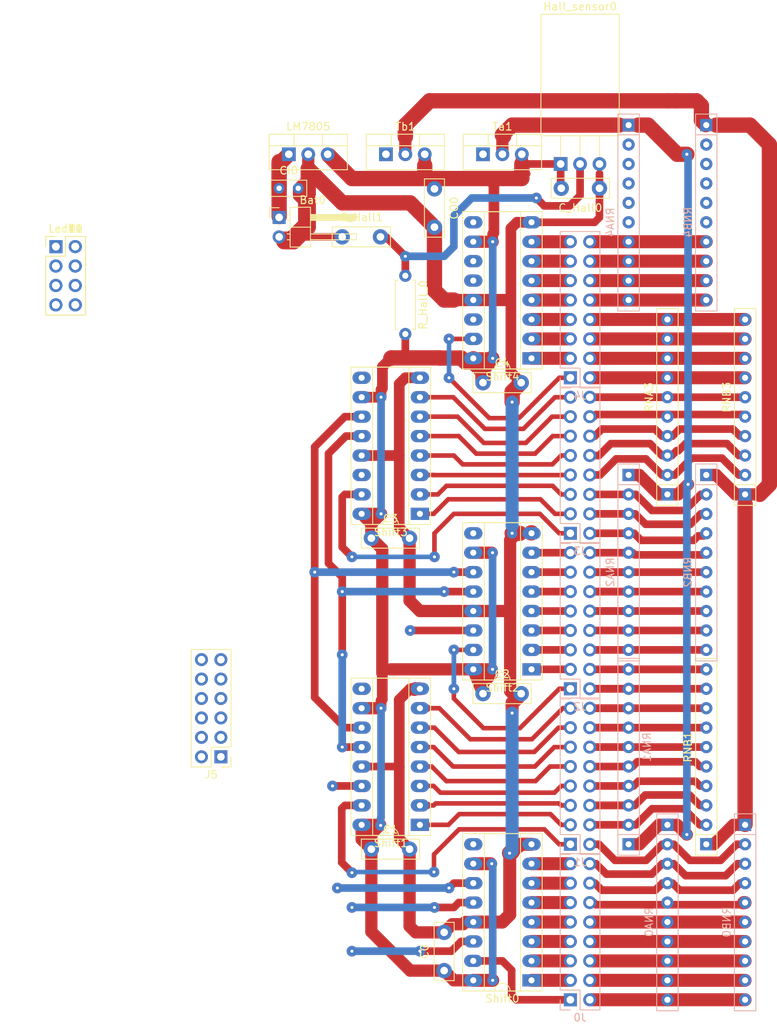
<source format=kicad_pcb>
(kicad_pcb (version 4) (host pcbnew 4.0.7-e2-6376~58~ubuntu14.04.1)
  (layers (0 F.Cu signal) (1 In1.Cu signal) (2 In2.Cu signal) (31 B.Cu signal) (34 B.Paste user) (35 F.Paste user) (36 B.SilkS user) (37 F.SilkS user) (38 B.Mask user) (39 F.Mask user) (44 Edge.Cuts user))
  (net 0 "")
  (net 1 Vbat)
  (net 2 GND)
  (net 3 VCC)
  (net 4 Serial_Data_0)
  (net 5 Serial_Data_1)
  (net 6 Serial_Data_2)
  (net 7 Serial_Data_3)
  (net 8 Serial_Data_4)
  (net 9 Command_TB)
  (net 10 Command_TA)
  (net 11 Lock)
  (net 12 Clock)
  (net 13 "Net-(J0-Pad1)")
  (net 14 "Net-(J0-Pad2)")
  (net 15 "Net-(J0-Pad3)")
  (net 16 "Net-(J0-Pad4)")
  (net 17 "Net-(J0-Pad5)")
  (net 18 "Net-(J0-Pad6)")
  (net 19 "Net-(J0-Pad7)")
  (net 20 "Net-(J0-Pad8)")
  (net 21 "Net-(J0-Pad9)")
  (net 22 "Net-(J0-Pad10)")
  (net 23 "Net-(J0-Pad11)")
  (net 24 "Net-(J0-Pad12)")
  (net 25 "Net-(J0-Pad13)")
  (net 26 "Net-(J0-Pad14)")
  (net 27 "Net-(J0-Pad15)")
  (net 28 "Net-(J0-Pad16)")
  (net 29 "Net-(J1-Pad1)")
  (net 30 "Net-(J1-Pad2)")
  (net 31 "Net-(J1-Pad3)")
  (net 32 "Net-(J1-Pad4)")
  (net 33 "Net-(J1-Pad5)")
  (net 34 "Net-(J1-Pad6)")
  (net 35 "Net-(J1-Pad7)")
  (net 36 "Net-(J1-Pad8)")
  (net 37 "Net-(J1-Pad9)")
  (net 38 "Net-(J1-Pad10)")
  (net 39 "Net-(J1-Pad11)")
  (net 40 "Net-(J1-Pad12)")
  (net 41 "Net-(J1-Pad13)")
  (net 42 "Net-(J1-Pad14)")
  (net 43 "Net-(J1-Pad15)")
  (net 44 "Net-(J1-Pad16)")
  (net 45 "Net-(J2-Pad1)")
  (net 46 "Net-(J2-Pad2)")
  (net 47 "Net-(J2-Pad3)")
  (net 48 "Net-(J2-Pad4)")
  (net 49 "Net-(J2-Pad5)")
  (net 50 "Net-(J2-Pad6)")
  (net 51 "Net-(J2-Pad7)")
  (net 52 "Net-(J2-Pad8)")
  (net 53 "Net-(J2-Pad9)")
  (net 54 "Net-(J2-Pad10)")
  (net 55 "Net-(J2-Pad11)")
  (net 56 "Net-(J2-Pad12)")
  (net 57 "Net-(J2-Pad13)")
  (net 58 "Net-(J2-Pad14)")
  (net 59 "Net-(J2-Pad15)")
  (net 60 "Net-(J2-Pad16)")
  (net 61 "Net-(J3-Pad1)")
  (net 62 "Net-(J3-Pad2)")
  (net 63 "Net-(J3-Pad3)")
  (net 64 "Net-(J3-Pad4)")
  (net 65 "Net-(J3-Pad5)")
  (net 66 "Net-(J3-Pad6)")
  (net 67 "Net-(J3-Pad7)")
  (net 68 "Net-(J3-Pad8)")
  (net 69 "Net-(J3-Pad9)")
  (net 70 "Net-(J3-Pad10)")
  (net 71 "Net-(J3-Pad11)")
  (net 72 "Net-(J3-Pad12)")
  (net 73 "Net-(J3-Pad13)")
  (net 74 "Net-(J3-Pad14)")
  (net 75 "Net-(J3-Pad15)")
  (net 76 "Net-(J3-Pad16)")
  (net 77 "Net-(J4-Pad1)")
  (net 78 "Net-(J4-Pad2)")
  (net 79 "Net-(J4-Pad3)")
  (net 80 "Net-(J4-Pad4)")
  (net 81 "Net-(J4-Pad5)")
  (net 82 "Net-(J4-Pad6)")
  (net 83 "Net-(J4-Pad7)")
  (net 84 "Net-(J4-Pad8)")
  (net 85 "Net-(J4-Pad9)")
  (net 86 "Net-(J4-Pad10)")
  (net 87 "Net-(J4-Pad11)")
  (net 88 "Net-(J4-Pad12)")
  (net 89 "Net-(J4-Pad13)")
  (net 90 "Net-(J4-Pad14)")
  (net 91 "Net-(J4-Pad15)")
  (net 92 "Net-(J4-Pad16)")
  (net 93 Alim_led_A)
  (net 94 "Net-(RNA4-Pad6)")
  (net 95 Alime_led_B)
  (net 96 "Net-(RNB4-Pad6)")
  (net 97 "Net-(Shift0-Pad9)")
  (net 98 "Net-(Shift1-Pad9)")
  (net 99 "Net-(Shift2-Pad9)")
  (net 100 "Net-(Shift3-Pad9)")
  (net 101 "Net-(Shift4-Pad9)")
  (net 102 "Net-(RNA4-Pad2)")
  (net 103 "Net-(RNA4-Pad3)")
  (net 104 "Net-(RNA4-Pad4)")
  (net 105 "Net-(RNA4-Pad5)")
  (net 106 "Net-(RNB4-Pad2)")
  (net 107 "Net-(RNB4-Pad3)")
  (net 108 "Net-(RNB4-Pad4)")
  (net 109 "Net-(RNB4-Pad5)")
  (net 110 "Net-(J5-Pad11)")
  (net 111 Hall_Sensor)
  (net 112 "Net-(Led00-Pad1)")
  (net 113 "Net-(Led00-Pad2)")
  (net 114 "Net-(Led00-Pad3)")
  (net 115 "Net-(Led00-Pad4)")
  (net 116 "Net-(Led00-Pad5)")
  (net 117 "Net-(Led00-Pad6)")
  (net 118 "Net-(Led00-Pad7)")
  (net 119 "Net-(Led00-Pad8)")
  (net 120 "Net-(Led01-Pad1)")
  (net 121 "Net-(Led01-Pad2)")
  (net 122 "Net-(Led01-Pad3)")
  (net 123 "Net-(Led01-Pad4)")
  (net 124 "Net-(Led01-Pad5)")
  (net 125 "Net-(Led01-Pad6)")
  (net 126 "Net-(Led01-Pad7)")
  (net 127 "Net-(Led01-Pad8)")
  (net 128 "Net-(Led10-Pad1)")
  (net 129 "Net-(Led10-Pad2)")
  (net 130 "Net-(Led10-Pad3)")
  (net 131 "Net-(Led10-Pad4)")
  (net 132 "Net-(Led10-Pad5)")
  (net 133 "Net-(Led10-Pad6)")
  (net 134 "Net-(Led10-Pad7)")
  (net 135 "Net-(Led10-Pad8)")
  (net 136 "Net-(Led11-Pad1)")
  (net 137 "Net-(Led11-Pad2)")
  (net 138 "Net-(Led11-Pad3)")
  (net 139 "Net-(Led11-Pad4)")
  (net 140 "Net-(Led11-Pad5)")
  (net 141 "Net-(Led11-Pad6)")
  (net 142 "Net-(Led11-Pad7)")
  (net 143 "Net-(Led11-Pad8)")
  (net 144 "Net-(Led20-Pad1)")
  (net 145 "Net-(Led20-Pad2)")
  (net 146 "Net-(Led20-Pad3)")
  (net 147 "Net-(Led20-Pad4)")
  (net 148 "Net-(Led20-Pad5)")
  (net 149 "Net-(Led20-Pad6)")
  (net 150 "Net-(Led20-Pad7)")
  (net 151 "Net-(Led20-Pad8)")
  (net 152 "Net-(Led21-Pad1)")
  (net 153 "Net-(Led21-Pad2)")
  (net 154 "Net-(Led21-Pad3)")
  (net 155 "Net-(Led21-Pad4)")
  (net 156 "Net-(Led21-Pad5)")
  (net 157 "Net-(Led21-Pad6)")
  (net 158 "Net-(Led21-Pad7)")
  (net 159 "Net-(Led21-Pad8)")
  (net 160 "Net-(Led30-Pad1)")
  (net 161 "Net-(Led30-Pad2)")
  (net 162 "Net-(Led30-Pad3)")
  (net 163 "Net-(Led30-Pad4)")
  (net 164 "Net-(Led30-Pad5)")
  (net 165 "Net-(Led30-Pad6)")
  (net 166 "Net-(Led30-Pad7)")
  (net 167 "Net-(Led30-Pad8)")
  (net 168 "Net-(Led31-Pad1)")
  (net 169 "Net-(Led31-Pad2)")
  (net 170 "Net-(Led31-Pad3)")
  (net 171 "Net-(Led31-Pad4)")
  (net 172 "Net-(Led31-Pad5)")
  (net 173 "Net-(Led31-Pad6)")
  (net 174 "Net-(Led31-Pad7)")
  (net 175 "Net-(Led31-Pad8)")
  (net 176 "Net-(Led40-Pad1)")
  (net 177 "Net-(Led40-Pad2)")
  (net 178 "Net-(Led40-Pad3)")
  (net 179 "Net-(Led40-Pad4)")
  (net 180 "Net-(Led40-Pad5)")
  (net 181 "Net-(Led40-Pad6)")
  (net 182 "Net-(Led40-Pad7)")
  (net 183 "Net-(Led40-Pad8)")
  (net 184 "Net-(Led41-Pad1)")
  (net 185 "Net-(Led41-Pad2)")
  (net 186 "Net-(Led41-Pad3)")
  (net 187 "Net-(Led41-Pad4)")
  (net 188 "Net-(Led41-Pad5)")
  (net 189 "Net-(Led41-Pad6)")
  (net 190 "Net-(Led41-Pad7)")
  (net 191 "Net-(Led41-Pad8)")
  (module Housings_DIP:DIP-16_W7.62mm_Socket_LongPads (layer F.Cu) (at 201.93 58.42 180)
    (fp_text reference Shift4 (at 3.81 -2.39 180) (layer F.SilkS))
    (fp_text value 74LS595)
    (pad 1 thru_hole rect (at 0 0 180) (size 2.4 1.6) (drill 0.8) (layers *.Cu *.Mask) (net 178 "Net-(Led40-Pad3)"))
    (pad 9 thru_hole oval (at 7.62 17.78 180) (size 2.4 1.6) (drill 0.8) (layers *.Cu *.Mask) (net 101 "Net-(Shift4-Pad9)"))
    (pad 2 thru_hole oval (at 0 2.54 180) (size 2.4 1.6) (drill 0.8) (layers *.Cu *.Mask) (net 180 "Net-(Led40-Pad5)"))
    (pad 10 thru_hole oval (at 7.62 15.24 180) (size 2.4 1.6) (drill 0.8) (layers *.Cu *.Mask) (net 3 VCC))
    (pad 3 thru_hole oval (at 0 5.08 180) (size 2.4 1.6) (drill 0.8) (layers *.Cu *.Mask) (net 182 "Net-(Led40-Pad7)"))
    (pad 11 thru_hole oval (at 7.62 12.7 180) (size 2.4 1.6) (drill 0.8) (layers *.Cu *.Mask) (net 12 Clock))
    (pad 4 thru_hole oval (at 0 7.62 180) (size 2.4 1.6) (drill 0.8) (layers *.Cu *.Mask) (net 184 "Net-(Led41-Pad1)"))
    (pad 12 thru_hole oval (at 7.62 10.16 180) (size 2.4 1.6) (drill 0.8) (layers *.Cu *.Mask) (net 11 Lock))
    (pad 5 thru_hole oval (at 0 10.16 180) (size 2.4 1.6) (drill 0.8) (layers *.Cu *.Mask) (net 186 "Net-(Led41-Pad3)"))
    (pad 13 thru_hole oval (at 7.62 7.62 180) (size 2.4 1.6) (drill 0.8) (layers *.Cu *.Mask) (net 2 GND))
    (pad 6 thru_hole oval (at 0 12.7 180) (size 2.4 1.6) (drill 0.8) (layers *.Cu *.Mask) (net 188 "Net-(Led41-Pad5)"))
    (pad 14 thru_hole oval (at 7.62 5.08 180) (size 2.4 1.6) (drill 0.8) (layers *.Cu *.Mask) (net 8 Serial_Data_4))
    (pad 7 thru_hole oval (at 0 15.24 180) (size 2.4 1.6) (drill 0.8) (layers *.Cu *.Mask) (net 190 "Net-(Led41-Pad7)"))
    (pad 15 thru_hole oval (at 7.62 2.54 180) (size 2.4 1.6) (drill 0.8) (layers *.Cu *.Mask) (net 176 "Net-(Led40-Pad1)"))
    (pad 8 thru_hole oval (at 0 17.78 180) (size 2.4 1.6) (drill 0.8) (layers *.Cu *.Mask) (net 2 GND))
    (pad 16 thru_hole oval (at 7.62 0 180) (size 2.4 1.6) (drill 0.8) (layers *.Cu *.Mask) (net 3 VCC))
  )
  (module Housings_DIP:DIP-16_W7.62mm_Socket_LongPads (layer F.Cu) (at 187.325 119.38 180)
    (fp_text reference Shift1 (at 3.81 -2.39 180) (layer F.SilkS))
    (fp_text value 74LS595)
    (pad 1 thru_hole rect (at 0 0 180) (size 2.4 1.6) (drill 0.8) (layers *.Cu *.Mask) (net 130 "Net-(Led10-Pad3)"))
    (pad 9 thru_hole oval (at 7.62 17.78 180) (size 2.4 1.6) (drill 0.8) (layers *.Cu *.Mask) (net 98 "Net-(Shift1-Pad9)"))
    (pad 2 thru_hole oval (at 0 2.54 180) (size 2.4 1.6) (drill 0.8) (layers *.Cu *.Mask) (net 132 "Net-(Led10-Pad5)"))
    (pad 10 thru_hole oval (at 7.62 15.24 180) (size 2.4 1.6) (drill 0.8) (layers *.Cu *.Mask) (net 3 VCC))
    (pad 3 thru_hole oval (at 0 5.08 180) (size 2.4 1.6) (drill 0.8) (layers *.Cu *.Mask) (net 134 "Net-(Led10-Pad7)"))
    (pad 11 thru_hole oval (at 7.62 12.7 180) (size 2.4 1.6) (drill 0.8) (layers *.Cu *.Mask) (net 12 Clock))
    (pad 4 thru_hole oval (at 0 7.62 180) (size 2.4 1.6) (drill 0.8) (layers *.Cu *.Mask) (net 136 "Net-(Led11-Pad1)"))
    (pad 12 thru_hole oval (at 7.62 10.16 180) (size 2.4 1.6) (drill 0.8) (layers *.Cu *.Mask) (net 11 Lock))
    (pad 5 thru_hole oval (at 0 10.16 180) (size 2.4 1.6) (drill 0.8) (layers *.Cu *.Mask) (net 138 "Net-(Led11-Pad3)"))
    (pad 13 thru_hole oval (at 7.62 7.62 180) (size 2.4 1.6) (drill 0.8) (layers *.Cu *.Mask) (net 2 GND))
    (pad 6 thru_hole oval (at 0 12.7 180) (size 2.4 1.6) (drill 0.8) (layers *.Cu *.Mask) (net 140 "Net-(Led11-Pad5)"))
    (pad 14 thru_hole oval (at 7.62 5.08 180) (size 2.4 1.6) (drill 0.8) (layers *.Cu *.Mask) (net 5 Serial_Data_1))
    (pad 7 thru_hole oval (at 0 15.24 180) (size 2.4 1.6) (drill 0.8) (layers *.Cu *.Mask) (net 142 "Net-(Led11-Pad7)"))
    (pad 15 thru_hole oval (at 7.62 2.54 180) (size 2.4 1.6) (drill 0.8) (layers *.Cu *.Mask) (net 128 "Net-(Led10-Pad1)"))
    (pad 8 thru_hole oval (at 0 17.78 180) (size 2.4 1.6) (drill 0.8) (layers *.Cu *.Mask) (net 2 GND))
    (pad 16 thru_hole oval (at 7.62 0 180) (size 2.4 1.6) (drill 0.8) (layers *.Cu *.Mask) (net 3 VCC))
  )
  (module Capacitors_THT:C_Disc_D7.5mm_W2.5mm_P5.00mm (layer F.Cu) (at 180.975 81.915)
    (fp_text reference C3 (at 2.5 -2.56) (layer F.SilkS))
    (fp_text value C)
    (pad 1 thru_hole circle (at 0 0) (size 2 2) (drill 1) (layers *.Cu *.Mask) (net 3 VCC))
    (pad 2 thru_hole circle (at 5 0) (size 2 2) (drill 1) (layers *.Cu *.Mask) (net 2 GND))
  )
  (module Capacitors_THT:C_Disc_D7.5mm_W2.5mm_P5.00mm (layer F.Cu) (at 195.58 61.595)
    (fp_text reference C4 (at 2.5 -2.56) (layer F.SilkS))
    (fp_text value C)
    (pad 1 thru_hole circle (at 0 0) (size 2 2) (drill 1) (layers *.Cu *.Mask) (net 3 VCC))
    (pad 2 thru_hole circle (at 5 0) (size 2 2) (drill 1) (layers *.Cu *.Mask) (net 2 GND))
  )
  (module Resistors_THT:R_Array_SIP10 (layer F.Cu) (at 224.79 121.92 90)
    (fp_text reference RNB1 (at 12.7 -2.4 90) (layer F.SilkS))
    (fp_text value R_Network09)
    (pad 1 thru_hole rect (at 0 0 90) (size 1.6 1.6) (drill 0.8) (layers *.Cu *.Mask) (net 95 Alime_led_B))
    (pad 2 thru_hole oval (at 2.54 0 90) (size 1.6 1.6) (drill 0.8) (layers *.Cu *.Mask) (net 131 "Net-(Led10-Pad4)"))
    (pad 3 thru_hole oval (at 5.08 0 90) (size 1.6 1.6) (drill 0.8) (layers *.Cu *.Mask) (net 133 "Net-(Led10-Pad6)"))
    (pad 4 thru_hole oval (at 7.62 0 90) (size 1.6 1.6) (drill 0.8) (layers *.Cu *.Mask) (net 135 "Net-(Led10-Pad8)"))
    (pad 5 thru_hole oval (at 10.16 0 90) (size 1.6 1.6) (drill 0.8) (layers *.Cu *.Mask) (net 137 "Net-(Led11-Pad2)"))
    (pad 6 thru_hole oval (at 12.7 0 90) (size 1.6 1.6) (drill 0.8) (layers *.Cu *.Mask) (net 139 "Net-(Led11-Pad4)"))
    (pad 7 thru_hole oval (at 15.24 0 90) (size 1.6 1.6) (drill 0.8) (layers *.Cu *.Mask) (net 141 "Net-(Led11-Pad6)"))
    (pad 8 thru_hole oval (at 17.78 0 90) (size 1.6 1.6) (drill 0.8) (layers *.Cu *.Mask) (net 143 "Net-(Led11-Pad8)"))
    (pad 9 thru_hole oval (at 20.32 0 90) (size 1.6 1.6) (drill 0.8) (layers *.Cu *.Mask) (net 145 "Net-(Led20-Pad2)"))
    (pad 10 thru_hole oval (at 22.86 0 90) (size 1.6 1.6) (drill 0.8) (layers *.Cu *.Mask) (net 147 "Net-(Led20-Pad4)"))
  )
  (module Pin_Headers:Pin_Header_Angled_1x02_Pitch2.54mm (layer F.Cu) (at 168.91 40.005)
    (fp_text reference Bat0 (at 4.385 -2.27) (layer F.SilkS))
    (fp_text value Conn_01x02)
    (pad 1 thru_hole rect (at 0 0) (size 1.7 1.7) (drill 1) (layers *.Cu *.Mask) (net 1 Vbat))
    (pad 2 thru_hole oval (at 0 2.54) (size 1.7 1.7) (drill 1) (layers *.Cu *.Mask) (net 2 GND))
  )
  (module Housings_DIP:DIP-16_W7.62mm_Socket_LongPads (layer F.Cu) (at 201.93 99.06 180)
    (fp_text reference Shift2 (at 3.81 -2.39 180) (layer F.SilkS))
    (fp_text value 74LS595)
    (pad 1 thru_hole rect (at 0 0 180) (size 2.4 1.6) (drill 0.8) (layers *.Cu *.Mask) (net 146 "Net-(Led20-Pad3)"))
    (pad 9 thru_hole oval (at 7.62 17.78 180) (size 2.4 1.6) (drill 0.8) (layers *.Cu *.Mask) (net 99 "Net-(Shift2-Pad9)"))
    (pad 2 thru_hole oval (at 0 2.54 180) (size 2.4 1.6) (drill 0.8) (layers *.Cu *.Mask) (net 148 "Net-(Led20-Pad5)"))
    (pad 10 thru_hole oval (at 7.62 15.24 180) (size 2.4 1.6) (drill 0.8) (layers *.Cu *.Mask) (net 3 VCC))
    (pad 3 thru_hole oval (at 0 5.08 180) (size 2.4 1.6) (drill 0.8) (layers *.Cu *.Mask) (net 150 "Net-(Led20-Pad7)"))
    (pad 11 thru_hole oval (at 7.62 12.7 180) (size 2.4 1.6) (drill 0.8) (layers *.Cu *.Mask) (net 12 Clock))
    (pad 4 thru_hole oval (at 0 7.62 180) (size 2.4 1.6) (drill 0.8) (layers *.Cu *.Mask) (net 152 "Net-(Led21-Pad1)"))
    (pad 12 thru_hole oval (at 7.62 10.16 180) (size 2.4 1.6) (drill 0.8) (layers *.Cu *.Mask) (net 11 Lock))
    (pad 5 thru_hole oval (at 0 10.16 180) (size 2.4 1.6) (drill 0.8) (layers *.Cu *.Mask) (net 154 "Net-(Led21-Pad3)"))
    (pad 13 thru_hole oval (at 7.62 7.62 180) (size 2.4 1.6) (drill 0.8) (layers *.Cu *.Mask) (net 2 GND))
    (pad 6 thru_hole oval (at 0 12.7 180) (size 2.4 1.6) (drill 0.8) (layers *.Cu *.Mask) (net 156 "Net-(Led21-Pad5)"))
    (pad 14 thru_hole oval (at 7.62 5.08 180) (size 2.4 1.6) (drill 0.8) (layers *.Cu *.Mask) (net 6 Serial_Data_2))
    (pad 7 thru_hole oval (at 0 15.24 180) (size 2.4 1.6) (drill 0.8) (layers *.Cu *.Mask) (net 158 "Net-(Led21-Pad7)"))
    (pad 15 thru_hole oval (at 7.62 2.54 180) (size 2.4 1.6) (drill 0.8) (layers *.Cu *.Mask) (net 144 "Net-(Led20-Pad1)"))
    (pad 8 thru_hole oval (at 0 17.78 180) (size 2.4 1.6) (drill 0.8) (layers *.Cu *.Mask) (net 2 GND))
    (pad 16 thru_hole oval (at 7.62 0 180) (size 2.4 1.6) (drill 0.8) (layers *.Cu *.Mask) (net 3 VCC))
  )
  (module Resistors_THT:R_Array_SIP10 (layer F.Cu) (at 219.71 76.2 90)
    (fp_text reference RNA3 (at 12.7 -2.4 90) (layer F.SilkS))
    (fp_text value R_Network09)
    (pad 1 thru_hole rect (at 0 0 90) (size 1.6 1.6) (drill 0.8) (layers *.Cu *.Mask) (net 93 Alim_led_A))
    (pad 2 thru_hole oval (at 2.54 0 90) (size 1.6 1.6) (drill 0.8) (layers *.Cu *.Mask) (net 167 "Net-(Led30-Pad8)"))
    (pad 3 thru_hole oval (at 5.08 0 90) (size 1.6 1.6) (drill 0.8) (layers *.Cu *.Mask) (net 169 "Net-(Led31-Pad2)"))
    (pad 4 thru_hole oval (at 7.62 0 90) (size 1.6 1.6) (drill 0.8) (layers *.Cu *.Mask) (net 171 "Net-(Led31-Pad4)"))
    (pad 5 thru_hole oval (at 10.16 0 90) (size 1.6 1.6) (drill 0.8) (layers *.Cu *.Mask) (net 173 "Net-(Led31-Pad6)"))
    (pad 6 thru_hole oval (at 12.7 0 90) (size 1.6 1.6) (drill 0.8) (layers *.Cu *.Mask) (net 175 "Net-(Led31-Pad8)"))
    (pad 7 thru_hole oval (at 15.24 0 90) (size 1.6 1.6) (drill 0.8) (layers *.Cu *.Mask) (net 177 "Net-(Led40-Pad2)"))
    (pad 8 thru_hole oval (at 17.78 0 90) (size 1.6 1.6) (drill 0.8) (layers *.Cu *.Mask) (net 179 "Net-(Led40-Pad4)"))
    (pad 9 thru_hole oval (at 20.32 0 90) (size 1.6 1.6) (drill 0.8) (layers *.Cu *.Mask) (net 181 "Net-(Led40-Pad6)"))
    (pad 10 thru_hole oval (at 22.86 0 90) (size 1.6 1.6) (drill 0.8) (layers *.Cu *.Mask) (net 183 "Net-(Led40-Pad8)"))
  )
  (module Resistors_THT:R_Array_SIP10 (layer B.Cu) (at 214.63 121.92 90)
    (fp_text reference RNA1 (at 12.7 2.4 90) (layer B.SilkS) (effects (justify mirror)))
    (fp_text value R_Network09)
    (pad 1 thru_hole rect (at 0 0 90) (size 1.6 1.6) (drill 0.8) (layers *.Cu *.Mask) (net 93 Alim_led_A))
    (pad 2 thru_hole oval (at 2.54 0 90) (size 1.6 1.6) (drill 0.8) (layers *.Cu *.Mask) (net 131 "Net-(Led10-Pad4)"))
    (pad 3 thru_hole oval (at 5.08 0 90) (size 1.6 1.6) (drill 0.8) (layers *.Cu *.Mask) (net 133 "Net-(Led10-Pad6)"))
    (pad 4 thru_hole oval (at 7.62 0 90) (size 1.6 1.6) (drill 0.8) (layers *.Cu *.Mask) (net 135 "Net-(Led10-Pad8)"))
    (pad 5 thru_hole oval (at 10.16 0 90) (size 1.6 1.6) (drill 0.8) (layers *.Cu *.Mask) (net 137 "Net-(Led11-Pad2)"))
    (pad 6 thru_hole oval (at 12.7 0 90) (size 1.6 1.6) (drill 0.8) (layers *.Cu *.Mask) (net 139 "Net-(Led11-Pad4)"))
    (pad 7 thru_hole oval (at 15.24 0 90) (size 1.6 1.6) (drill 0.8) (layers *.Cu *.Mask) (net 141 "Net-(Led11-Pad6)"))
    (pad 8 thru_hole oval (at 17.78 0 90) (size 1.6 1.6) (drill 0.8) (layers *.Cu *.Mask) (net 143 "Net-(Led11-Pad8)"))
    (pad 9 thru_hole oval (at 20.32 0 90) (size 1.6 1.6) (drill 0.8) (layers *.Cu *.Mask) (net 145 "Net-(Led20-Pad2)"))
    (pad 10 thru_hole oval (at 22.86 0 90) (size 1.6 1.6) (drill 0.8) (layers *.Cu *.Mask) (net 147 "Net-(Led20-Pad4)"))
  )
  (module Pin_Headers:Pin_Header_Straight_2x08_Pitch2.54mm (layer B.Cu) (at 207.01 121.92)
    (fp_text reference J1 (at 1.27 2.33) (layer B.SilkS) (effects (justify mirror)))
    (fp_text value Conn_02x08_Odd_Even)
    (pad 1 thru_hole rect (at 0 0) (size 1.7 1.7) (drill 1) (layers *.Cu *.Mask) (net 29 "Net-(J1-Pad1)"))
    (pad 2 thru_hole oval (at 2.54 0) (size 1.7 1.7) (drill 1) (layers *.Cu *.Mask) (net 30 "Net-(J1-Pad2)"))
    (pad 3 thru_hole oval (at 0 -2.54) (size 1.7 1.7) (drill 1) (layers *.Cu *.Mask) (net 31 "Net-(J1-Pad3)"))
    (pad 4 thru_hole oval (at 2.54 -2.54) (size 1.7 1.7) (drill 1) (layers *.Cu *.Mask) (net 32 "Net-(J1-Pad4)"))
    (pad 5 thru_hole oval (at 0 -5.08) (size 1.7 1.7) (drill 1) (layers *.Cu *.Mask) (net 33 "Net-(J1-Pad5)"))
    (pad 6 thru_hole oval (at 2.54 -5.08) (size 1.7 1.7) (drill 1) (layers *.Cu *.Mask) (net 34 "Net-(J1-Pad6)"))
    (pad 7 thru_hole oval (at 0 -7.62) (size 1.7 1.7) (drill 1) (layers *.Cu *.Mask) (net 35 "Net-(J1-Pad7)"))
    (pad 8 thru_hole oval (at 2.54 -7.62) (size 1.7 1.7) (drill 1) (layers *.Cu *.Mask) (net 36 "Net-(J1-Pad8)"))
    (pad 9 thru_hole oval (at 0 -10.16) (size 1.7 1.7) (drill 1) (layers *.Cu *.Mask) (net 37 "Net-(J1-Pad9)"))
    (pad 10 thru_hole oval (at 2.54 -10.16) (size 1.7 1.7) (drill 1) (layers *.Cu *.Mask) (net 38 "Net-(J1-Pad10)"))
    (pad 11 thru_hole oval (at 0 -12.7) (size 1.7 1.7) (drill 1) (layers *.Cu *.Mask) (net 39 "Net-(J1-Pad11)"))
    (pad 12 thru_hole oval (at 2.54 -12.7) (size 1.7 1.7) (drill 1) (layers *.Cu *.Mask) (net 40 "Net-(J1-Pad12)"))
    (pad 13 thru_hole oval (at 0 -15.24) (size 1.7 1.7) (drill 1) (layers *.Cu *.Mask) (net 41 "Net-(J1-Pad13)"))
    (pad 14 thru_hole oval (at 2.54 -15.24) (size 1.7 1.7) (drill 1) (layers *.Cu *.Mask) (net 42 "Net-(J1-Pad14)"))
    (pad 15 thru_hole oval (at 0 -17.78) (size 1.7 1.7) (drill 1) (layers *.Cu *.Mask) (net 43 "Net-(J1-Pad15)"))
    (pad 16 thru_hole oval (at 2.54 -17.78) (size 1.7 1.7) (drill 1) (layers *.Cu *.Mask) (net 44 "Net-(J1-Pad16)"))
  )
  (module Pin_Headers:Pin_Header_Straight_2x08_Pitch2.54mm (layer B.Cu) (at 207.01 101.6)
    (fp_text reference J2 (at 1.27 2.33) (layer B.SilkS) (effects (justify mirror)))
    (fp_text value Conn_02x08_Odd_Even)
    (pad 1 thru_hole rect (at 0 0) (size 1.7 1.7) (drill 1) (layers *.Cu *.Mask) (net 45 "Net-(J2-Pad1)"))
    (pad 2 thru_hole oval (at 2.54 0) (size 1.7 1.7) (drill 1) (layers *.Cu *.Mask) (net 46 "Net-(J2-Pad2)"))
    (pad 3 thru_hole oval (at 0 -2.54) (size 1.7 1.7) (drill 1) (layers *.Cu *.Mask) (net 47 "Net-(J2-Pad3)"))
    (pad 4 thru_hole oval (at 2.54 -2.54) (size 1.7 1.7) (drill 1) (layers *.Cu *.Mask) (net 48 "Net-(J2-Pad4)"))
    (pad 5 thru_hole oval (at 0 -5.08) (size 1.7 1.7) (drill 1) (layers *.Cu *.Mask) (net 49 "Net-(J2-Pad5)"))
    (pad 6 thru_hole oval (at 2.54 -5.08) (size 1.7 1.7) (drill 1) (layers *.Cu *.Mask) (net 50 "Net-(J2-Pad6)"))
    (pad 7 thru_hole oval (at 0 -7.62) (size 1.7 1.7) (drill 1) (layers *.Cu *.Mask) (net 51 "Net-(J2-Pad7)"))
    (pad 8 thru_hole oval (at 2.54 -7.62) (size 1.7 1.7) (drill 1) (layers *.Cu *.Mask) (net 52 "Net-(J2-Pad8)"))
    (pad 9 thru_hole oval (at 0 -10.16) (size 1.7 1.7) (drill 1) (layers *.Cu *.Mask) (net 53 "Net-(J2-Pad9)"))
    (pad 10 thru_hole oval (at 2.54 -10.16) (size 1.7 1.7) (drill 1) (layers *.Cu *.Mask) (net 54 "Net-(J2-Pad10)"))
    (pad 11 thru_hole oval (at 0 -12.7) (size 1.7 1.7) (drill 1) (layers *.Cu *.Mask) (net 55 "Net-(J2-Pad11)"))
    (pad 12 thru_hole oval (at 2.54 -12.7) (size 1.7 1.7) (drill 1) (layers *.Cu *.Mask) (net 56 "Net-(J2-Pad12)"))
    (pad 13 thru_hole oval (at 0 -15.24) (size 1.7 1.7) (drill 1) (layers *.Cu *.Mask) (net 57 "Net-(J2-Pad13)"))
    (pad 14 thru_hole oval (at 2.54 -15.24) (size 1.7 1.7) (drill 1) (layers *.Cu *.Mask) (net 58 "Net-(J2-Pad14)"))
    (pad 15 thru_hole oval (at 0 -17.78) (size 1.7 1.7) (drill 1) (layers *.Cu *.Mask) (net 59 "Net-(J2-Pad15)"))
    (pad 16 thru_hole oval (at 2.54 -17.78) (size 1.7 1.7) (drill 1) (layers *.Cu *.Mask) (net 60 "Net-(J2-Pad16)"))
  )
  (module Pin_Headers:Pin_Header_Straight_2x06_Pitch2.54mm (layer F.Cu) (at 161.29 110.49 180)
    (fp_text reference J5 (at 1.27 -2.33 180) (layer F.SilkS))
    (fp_text value Conn_02x06_Odd_Even)
    (pad 1 thru_hole rect (at 0 0 180) (size 1.7 1.7) (drill 1) (layers *.Cu *.Mask) (net 2 GND))
    (pad 2 thru_hole oval (at 2.54 0 180) (size 1.7 1.7) (drill 1) (layers *.Cu *.Mask) (net 111 Hall_Sensor))
    (pad 3 thru_hole oval (at 0 2.54 180) (size 1.7 1.7) (drill 1) (layers *.Cu *.Mask) (net 11 Lock))
    (pad 4 thru_hole oval (at 2.54 2.54 180) (size 1.7 1.7) (drill 1) (layers *.Cu *.Mask) (net 7 Serial_Data_3))
    (pad 5 thru_hole oval (at 0 5.08 180) (size 1.7 1.7) (drill 1) (layers *.Cu *.Mask) (net 12 Clock))
    (pad 6 thru_hole oval (at 2.54 5.08 180) (size 1.7 1.7) (drill 1) (layers *.Cu *.Mask) (net 5 Serial_Data_1))
    (pad 7 thru_hole oval (at 0 7.62 180) (size 1.7 1.7) (drill 1) (layers *.Cu *.Mask) (net 6 Serial_Data_2))
    (pad 8 thru_hole oval (at 2.54 7.62 180) (size 1.7 1.7) (drill 1) (layers *.Cu *.Mask) (net 4 Serial_Data_0))
    (pad 9 thru_hole oval (at 0 10.16 180) (size 1.7 1.7) (drill 1) (layers *.Cu *.Mask) (net 8 Serial_Data_4))
    (pad 10 thru_hole oval (at 2.54 10.16 180) (size 1.7 1.7) (drill 1) (layers *.Cu *.Mask) (net 9 Command_TB))
    (pad 11 thru_hole oval (at 0 12.7 180) (size 1.7 1.7) (drill 1) (layers *.Cu *.Mask) (net 110 "Net-(J5-Pad11)"))
    (pad 12 thru_hole oval (at 2.54 12.7 180) (size 1.7 1.7) (drill 1) (layers *.Cu *.Mask) (net 10 Command_TA))
  )
  (module Capacitors_THT:C_Rect_L4.6mm_W2.0mm_P2.50mm_MKS02_FKP02 (layer F.Cu) (at 168.91 36.195)
    (fp_text reference CI0 (at 1.25 -2.31) (layer F.SilkS))
    (fp_text value C)
    (pad 1 thru_hole circle (at 0 0) (size 1.4 1.4) (drill 0.7) (layers *.Cu *.Mask) (net 1 Vbat))
    (pad 2 thru_hole circle (at 2.5 0) (size 1.4 1.4) (drill 0.7) (layers *.Cu *.Mask) (net 2 GND))
  )
  (module Pin_Headers:Pin_Header_Straight_2x08_Pitch2.54mm (layer B.Cu) (at 207.01 142.24)
    (fp_text reference J0 (at 1.27 2.33) (layer B.SilkS) (effects (justify mirror)))
    (fp_text value Conn_02x08_Odd_Even)
    (pad 1 thru_hole rect (at 0 0) (size 1.7 1.7) (drill 1) (layers *.Cu *.Mask) (net 13 "Net-(J0-Pad1)"))
    (pad 2 thru_hole oval (at 2.54 0) (size 1.7 1.7) (drill 1) (layers *.Cu *.Mask) (net 14 "Net-(J0-Pad2)"))
    (pad 3 thru_hole oval (at 0 -2.54) (size 1.7 1.7) (drill 1) (layers *.Cu *.Mask) (net 15 "Net-(J0-Pad3)"))
    (pad 4 thru_hole oval (at 2.54 -2.54) (size 1.7 1.7) (drill 1) (layers *.Cu *.Mask) (net 16 "Net-(J0-Pad4)"))
    (pad 5 thru_hole oval (at 0 -5.08) (size 1.7 1.7) (drill 1) (layers *.Cu *.Mask) (net 17 "Net-(J0-Pad5)"))
    (pad 6 thru_hole oval (at 2.54 -5.08) (size 1.7 1.7) (drill 1) (layers *.Cu *.Mask) (net 18 "Net-(J0-Pad6)"))
    (pad 7 thru_hole oval (at 0 -7.62) (size 1.7 1.7) (drill 1) (layers *.Cu *.Mask) (net 19 "Net-(J0-Pad7)"))
    (pad 8 thru_hole oval (at 2.54 -7.62) (size 1.7 1.7) (drill 1) (layers *.Cu *.Mask) (net 20 "Net-(J0-Pad8)"))
    (pad 9 thru_hole oval (at 0 -10.16) (size 1.7 1.7) (drill 1) (layers *.Cu *.Mask) (net 21 "Net-(J0-Pad9)"))
    (pad 10 thru_hole oval (at 2.54 -10.16) (size 1.7 1.7) (drill 1) (layers *.Cu *.Mask) (net 22 "Net-(J0-Pad10)"))
    (pad 11 thru_hole oval (at 0 -12.7) (size 1.7 1.7) (drill 1) (layers *.Cu *.Mask) (net 23 "Net-(J0-Pad11)"))
    (pad 12 thru_hole oval (at 2.54 -12.7) (size 1.7 1.7) (drill 1) (layers *.Cu *.Mask) (net 24 "Net-(J0-Pad12)"))
    (pad 13 thru_hole oval (at 0 -15.24) (size 1.7 1.7) (drill 1) (layers *.Cu *.Mask) (net 25 "Net-(J0-Pad13)"))
    (pad 14 thru_hole oval (at 2.54 -15.24) (size 1.7 1.7) (drill 1) (layers *.Cu *.Mask) (net 26 "Net-(J0-Pad14)"))
    (pad 15 thru_hole oval (at 0 -17.78) (size 1.7 1.7) (drill 1) (layers *.Cu *.Mask) (net 27 "Net-(J0-Pad15)"))
    (pad 16 thru_hole oval (at 2.54 -17.78) (size 1.7 1.7) (drill 1) (layers *.Cu *.Mask) (net 28 "Net-(J0-Pad16)"))
  )
  (module Pin_Headers:Pin_Header_Straight_2x08_Pitch2.54mm (layer B.Cu) (at 207.01 81.28)
    (fp_text reference J3 (at 1.27 2.33) (layer B.SilkS) (effects (justify mirror)))
    (fp_text value Conn_02x08_Odd_Even)
    (pad 1 thru_hole rect (at 0 0) (size 1.7 1.7) (drill 1) (layers *.Cu *.Mask) (net 61 "Net-(J3-Pad1)"))
    (pad 2 thru_hole oval (at 2.54 0) (size 1.7 1.7) (drill 1) (layers *.Cu *.Mask) (net 62 "Net-(J3-Pad2)"))
    (pad 3 thru_hole oval (at 0 -2.54) (size 1.7 1.7) (drill 1) (layers *.Cu *.Mask) (net 63 "Net-(J3-Pad3)"))
    (pad 4 thru_hole oval (at 2.54 -2.54) (size 1.7 1.7) (drill 1) (layers *.Cu *.Mask) (net 64 "Net-(J3-Pad4)"))
    (pad 5 thru_hole oval (at 0 -5.08) (size 1.7 1.7) (drill 1) (layers *.Cu *.Mask) (net 65 "Net-(J3-Pad5)"))
    (pad 6 thru_hole oval (at 2.54 -5.08) (size 1.7 1.7) (drill 1) (layers *.Cu *.Mask) (net 66 "Net-(J3-Pad6)"))
    (pad 7 thru_hole oval (at 0 -7.62) (size 1.7 1.7) (drill 1) (layers *.Cu *.Mask) (net 67 "Net-(J3-Pad7)"))
    (pad 8 thru_hole oval (at 2.54 -7.62) (size 1.7 1.7) (drill 1) (layers *.Cu *.Mask) (net 68 "Net-(J3-Pad8)"))
    (pad 9 thru_hole oval (at 0 -10.16) (size 1.7 1.7) (drill 1) (layers *.Cu *.Mask) (net 69 "Net-(J3-Pad9)"))
    (pad 10 thru_hole oval (at 2.54 -10.16) (size 1.7 1.7) (drill 1) (layers *.Cu *.Mask) (net 70 "Net-(J3-Pad10)"))
    (pad 11 thru_hole oval (at 0 -12.7) (size 1.7 1.7) (drill 1) (layers *.Cu *.Mask) (net 71 "Net-(J3-Pad11)"))
    (pad 12 thru_hole oval (at 2.54 -12.7) (size 1.7 1.7) (drill 1) (layers *.Cu *.Mask) (net 72 "Net-(J3-Pad12)"))
    (pad 13 thru_hole oval (at 0 -15.24) (size 1.7 1.7) (drill 1) (layers *.Cu *.Mask) (net 73 "Net-(J3-Pad13)"))
    (pad 14 thru_hole oval (at 2.54 -15.24) (size 1.7 1.7) (drill 1) (layers *.Cu *.Mask) (net 74 "Net-(J3-Pad14)"))
    (pad 15 thru_hole oval (at 0 -17.78) (size 1.7 1.7) (drill 1) (layers *.Cu *.Mask) (net 75 "Net-(J3-Pad15)"))
    (pad 16 thru_hole oval (at 2.54 -17.78) (size 1.7 1.7) (drill 1) (layers *.Cu *.Mask) (net 76 "Net-(J3-Pad16)"))
  )
  (module Pin_Headers:Pin_Header_Straight_2x08_Pitch2.54mm (layer B.Cu) (at 207.01 60.96)
    (fp_text reference J4 (at 1.27 2.33) (layer B.SilkS) (effects (justify mirror)))
    (fp_text value Conn_02x08_Odd_Even)
    (pad 1 thru_hole rect (at 0 0) (size 1.7 1.7) (drill 1) (layers *.Cu *.Mask) (net 77 "Net-(J4-Pad1)"))
    (pad 2 thru_hole oval (at 2.54 0) (size 1.7 1.7) (drill 1) (layers *.Cu *.Mask) (net 78 "Net-(J4-Pad2)"))
    (pad 3 thru_hole oval (at 0 -2.54) (size 1.7 1.7) (drill 1) (layers *.Cu *.Mask) (net 79 "Net-(J4-Pad3)"))
    (pad 4 thru_hole oval (at 2.54 -2.54) (size 1.7 1.7) (drill 1) (layers *.Cu *.Mask) (net 80 "Net-(J4-Pad4)"))
    (pad 5 thru_hole oval (at 0 -5.08) (size 1.7 1.7) (drill 1) (layers *.Cu *.Mask) (net 81 "Net-(J4-Pad5)"))
    (pad 6 thru_hole oval (at 2.54 -5.08) (size 1.7 1.7) (drill 1) (layers *.Cu *.Mask) (net 82 "Net-(J4-Pad6)"))
    (pad 7 thru_hole oval (at 0 -7.62) (size 1.7 1.7) (drill 1) (layers *.Cu *.Mask) (net 83 "Net-(J4-Pad7)"))
    (pad 8 thru_hole oval (at 2.54 -7.62) (size 1.7 1.7) (drill 1) (layers *.Cu *.Mask) (net 84 "Net-(J4-Pad8)"))
    (pad 9 thru_hole oval (at 0 -10.16) (size 1.7 1.7) (drill 1) (layers *.Cu *.Mask) (net 85 "Net-(J4-Pad9)"))
    (pad 10 thru_hole oval (at 2.54 -10.16) (size 1.7 1.7) (drill 1) (layers *.Cu *.Mask) (net 86 "Net-(J4-Pad10)"))
    (pad 11 thru_hole oval (at 0 -12.7) (size 1.7 1.7) (drill 1) (layers *.Cu *.Mask) (net 87 "Net-(J4-Pad11)"))
    (pad 12 thru_hole oval (at 2.54 -12.7) (size 1.7 1.7) (drill 1) (layers *.Cu *.Mask) (net 88 "Net-(J4-Pad12)"))
    (pad 13 thru_hole oval (at 0 -15.24) (size 1.7 1.7) (drill 1) (layers *.Cu *.Mask) (net 89 "Net-(J4-Pad13)"))
    (pad 14 thru_hole oval (at 2.54 -15.24) (size 1.7 1.7) (drill 1) (layers *.Cu *.Mask) (net 90 "Net-(J4-Pad14)"))
    (pad 15 thru_hole oval (at 0 -17.78) (size 1.7 1.7) (drill 1) (layers *.Cu *.Mask) (net 91 "Net-(J4-Pad15)"))
    (pad 16 thru_hole oval (at 2.54 -17.78) (size 1.7 1.7) (drill 1) (layers *.Cu *.Mask) (net 92 "Net-(J4-Pad16)"))
  )
  (module TO_SOT_Packages_THT:TO-220_Vertical (layer F.Cu) (at 170.18 31.75)
    (fp_text reference LM7805 (at 2.54 -3.62) (layer F.SilkS))
    (fp_text value LM7805_TO220)
    (pad 1 thru_hole rect (at 0 0) (size 1.8 1.8) (drill 1) (layers *.Cu *.Mask) (net 1 Vbat))
    (pad 2 thru_hole oval (at 2.54 0) (size 1.8 1.8) (drill 1) (layers *.Cu *.Mask) (net 2 GND))
    (pad 3 thru_hole oval (at 5.08 0) (size 1.8 1.8) (drill 1) (layers *.Cu *.Mask) (net 3 VCC))
  )
  (module Resistors_THT:R_Array_SIP10 (layer B.Cu) (at 219.71 119.38 270)
    (fp_text reference RNA0 (at 12.7 2.4 270) (layer B.SilkS) (effects (justify mirror)))
    (fp_text value R_Network09)
    (pad 1 thru_hole rect (at 0 0 270) (size 1.6 1.6) (drill 0.8) (layers *.Cu *.Mask) (net 93 Alim_led_A))
    (pad 2 thru_hole oval (at 2.54 0 270) (size 1.6 1.6) (drill 0.8) (layers *.Cu *.Mask) (net 129 "Net-(Led10-Pad2)"))
    (pad 3 thru_hole oval (at 5.08 0 270) (size 1.6 1.6) (drill 0.8) (layers *.Cu *.Mask) (net 127 "Net-(Led01-Pad8)"))
    (pad 4 thru_hole oval (at 7.62 0 270) (size 1.6 1.6) (drill 0.8) (layers *.Cu *.Mask) (net 125 "Net-(Led01-Pad6)"))
    (pad 5 thru_hole oval (at 10.16 0 270) (size 1.6 1.6) (drill 0.8) (layers *.Cu *.Mask) (net 123 "Net-(Led01-Pad4)"))
    (pad 6 thru_hole oval (at 12.7 0 270) (size 1.6 1.6) (drill 0.8) (layers *.Cu *.Mask) (net 121 "Net-(Led01-Pad2)"))
    (pad 7 thru_hole oval (at 15.24 0 270) (size 1.6 1.6) (drill 0.8) (layers *.Cu *.Mask) (net 119 "Net-(Led00-Pad8)"))
    (pad 8 thru_hole oval (at 17.78 0 270) (size 1.6 1.6) (drill 0.8) (layers *.Cu *.Mask) (net 117 "Net-(Led00-Pad6)"))
    (pad 9 thru_hole oval (at 20.32 0 270) (size 1.6 1.6) (drill 0.8) (layers *.Cu *.Mask) (net 115 "Net-(Led00-Pad4)"))
    (pad 10 thru_hole oval (at 22.86 0 270) (size 1.6 1.6) (drill 0.8) (layers *.Cu *.Mask) (net 113 "Net-(Led00-Pad2)"))
  )
  (module Resistors_THT:R_Array_SIP10 (layer B.Cu) (at 214.63 73.66 270)
    (fp_text reference RNA2 (at 12.7 2.4 270) (layer B.SilkS) (effects (justify mirror)))
    (fp_text value R_Network09)
    (pad 1 thru_hole rect (at 0 0 270) (size 1.6 1.6) (drill 0.8) (layers *.Cu *.Mask) (net 93 Alim_led_A))
    (pad 2 thru_hole oval (at 2.54 0 270) (size 1.6 1.6) (drill 0.8) (layers *.Cu *.Mask) (net 165 "Net-(Led30-Pad6)"))
    (pad 3 thru_hole oval (at 5.08 0 270) (size 1.6 1.6) (drill 0.8) (layers *.Cu *.Mask) (net 163 "Net-(Led30-Pad4)"))
    (pad 4 thru_hole oval (at 7.62 0 270) (size 1.6 1.6) (drill 0.8) (layers *.Cu *.Mask) (net 161 "Net-(Led30-Pad2)"))
    (pad 5 thru_hole oval (at 10.16 0 270) (size 1.6 1.6) (drill 0.8) (layers *.Cu *.Mask) (net 159 "Net-(Led21-Pad8)"))
    (pad 6 thru_hole oval (at 12.7 0 270) (size 1.6 1.6) (drill 0.8) (layers *.Cu *.Mask) (net 157 "Net-(Led21-Pad6)"))
    (pad 7 thru_hole oval (at 15.24 0 270) (size 1.6 1.6) (drill 0.8) (layers *.Cu *.Mask) (net 155 "Net-(Led21-Pad4)"))
    (pad 8 thru_hole oval (at 17.78 0 270) (size 1.6 1.6) (drill 0.8) (layers *.Cu *.Mask) (net 153 "Net-(Led21-Pad2)"))
    (pad 9 thru_hole oval (at 20.32 0 270) (size 1.6 1.6) (drill 0.8) (layers *.Cu *.Mask) (net 151 "Net-(Led20-Pad8)"))
    (pad 10 thru_hole oval (at 22.86 0 270) (size 1.6 1.6) (drill 0.8) (layers *.Cu *.Mask) (net 149 "Net-(Led20-Pad6)"))
  )
  (module Resistors_THT:R_Array_SIP10 (layer B.Cu) (at 214.63 27.94 270)
    (fp_text reference RNA4 (at 12.7 2.4 270) (layer B.SilkS) (effects (justify mirror)))
    (fp_text value R_Network09)
    (pad 1 thru_hole rect (at 0 0 270) (size 1.6 1.6) (drill 0.8) (layers *.Cu *.Mask) (net 93 Alim_led_A))
    (pad 2 thru_hole oval (at 2.54 0 270) (size 1.6 1.6) (drill 0.8) (layers *.Cu *.Mask) (net 102 "Net-(RNA4-Pad2)"))
    (pad 3 thru_hole oval (at 5.08 0 270) (size 1.6 1.6) (drill 0.8) (layers *.Cu *.Mask) (net 103 "Net-(RNA4-Pad3)"))
    (pad 4 thru_hole oval (at 7.62 0 270) (size 1.6 1.6) (drill 0.8) (layers *.Cu *.Mask) (net 104 "Net-(RNA4-Pad4)"))
    (pad 5 thru_hole oval (at 10.16 0 270) (size 1.6 1.6) (drill 0.8) (layers *.Cu *.Mask) (net 105 "Net-(RNA4-Pad5)"))
    (pad 6 thru_hole oval (at 12.7 0 270) (size 1.6 1.6) (drill 0.8) (layers *.Cu *.Mask) (net 94 "Net-(RNA4-Pad6)"))
    (pad 7 thru_hole oval (at 15.24 0 270) (size 1.6 1.6) (drill 0.8) (layers *.Cu *.Mask) (net 191 "Net-(Led41-Pad8)"))
    (pad 8 thru_hole oval (at 17.78 0 270) (size 1.6 1.6) (drill 0.8) (layers *.Cu *.Mask) (net 189 "Net-(Led41-Pad6)"))
    (pad 9 thru_hole oval (at 20.32 0 270) (size 1.6 1.6) (drill 0.8) (layers *.Cu *.Mask) (net 187 "Net-(Led41-Pad4)"))
    (pad 10 thru_hole oval (at 22.86 0 270) (size 1.6 1.6) (drill 0.8) (layers *.Cu *.Mask) (net 185 "Net-(Led41-Pad2)"))
  )
  (module Resistors_THT:R_Array_SIP10 (layer B.Cu) (at 229.87 119.38 270)
    (fp_text reference RNB0 (at 12.7 2.4 270) (layer B.SilkS) (effects (justify mirror)))
    (fp_text value R_Network09)
    (pad 1 thru_hole rect (at 0 0 270) (size 1.6 1.6) (drill 0.8) (layers *.Cu *.Mask) (net 95 Alime_led_B))
    (pad 2 thru_hole oval (at 2.54 0 270) (size 1.6 1.6) (drill 0.8) (layers *.Cu *.Mask) (net 129 "Net-(Led10-Pad2)"))
    (pad 3 thru_hole oval (at 5.08 0 270) (size 1.6 1.6) (drill 0.8) (layers *.Cu *.Mask) (net 127 "Net-(Led01-Pad8)"))
    (pad 4 thru_hole oval (at 7.62 0 270) (size 1.6 1.6) (drill 0.8) (layers *.Cu *.Mask) (net 125 "Net-(Led01-Pad6)"))
    (pad 5 thru_hole oval (at 10.16 0 270) (size 1.6 1.6) (drill 0.8) (layers *.Cu *.Mask) (net 123 "Net-(Led01-Pad4)"))
    (pad 6 thru_hole oval (at 12.7 0 270) (size 1.6 1.6) (drill 0.8) (layers *.Cu *.Mask) (net 121 "Net-(Led01-Pad2)"))
    (pad 7 thru_hole oval (at 15.24 0 270) (size 1.6 1.6) (drill 0.8) (layers *.Cu *.Mask) (net 119 "Net-(Led00-Pad8)"))
    (pad 8 thru_hole oval (at 17.78 0 270) (size 1.6 1.6) (drill 0.8) (layers *.Cu *.Mask) (net 117 "Net-(Led00-Pad6)"))
    (pad 9 thru_hole oval (at 20.32 0 270) (size 1.6 1.6) (drill 0.8) (layers *.Cu *.Mask) (net 115 "Net-(Led00-Pad4)"))
    (pad 10 thru_hole oval (at 22.86 0 270) (size 1.6 1.6) (drill 0.8) (layers *.Cu *.Mask) (net 113 "Net-(Led00-Pad2)"))
  )
  (module Resistors_THT:R_Array_SIP10 (layer B.Cu) (at 224.79 73.66 270)
    (fp_text reference RNB2 (at 12.7 2.4 270) (layer B.SilkS) (effects (justify mirror)))
    (fp_text value R_Network09)
    (pad 1 thru_hole rect (at 0 0 270) (size 1.6 1.6) (drill 0.8) (layers *.Cu *.Mask) (net 95 Alime_led_B))
    (pad 2 thru_hole oval (at 2.54 0 270) (size 1.6 1.6) (drill 0.8) (layers *.Cu *.Mask) (net 165 "Net-(Led30-Pad6)"))
    (pad 3 thru_hole oval (at 5.08 0 270) (size 1.6 1.6) (drill 0.8) (layers *.Cu *.Mask) (net 163 "Net-(Led30-Pad4)"))
    (pad 4 thru_hole oval (at 7.62 0 270) (size 1.6 1.6) (drill 0.8) (layers *.Cu *.Mask) (net 161 "Net-(Led30-Pad2)"))
    (pad 5 thru_hole oval (at 10.16 0 270) (size 1.6 1.6) (drill 0.8) (layers *.Cu *.Mask) (net 159 "Net-(Led21-Pad8)"))
    (pad 6 thru_hole oval (at 12.7 0 270) (size 1.6 1.6) (drill 0.8) (layers *.Cu *.Mask) (net 157 "Net-(Led21-Pad6)"))
    (pad 7 thru_hole oval (at 15.24 0 270) (size 1.6 1.6) (drill 0.8) (layers *.Cu *.Mask) (net 155 "Net-(Led21-Pad4)"))
    (pad 8 thru_hole oval (at 17.78 0 270) (size 1.6 1.6) (drill 0.8) (layers *.Cu *.Mask) (net 153 "Net-(Led21-Pad2)"))
    (pad 9 thru_hole oval (at 20.32 0 270) (size 1.6 1.6) (drill 0.8) (layers *.Cu *.Mask) (net 151 "Net-(Led20-Pad8)"))
    (pad 10 thru_hole oval (at 22.86 0 270) (size 1.6 1.6) (drill 0.8) (layers *.Cu *.Mask) (net 149 "Net-(Led20-Pad6)"))
  )
  (module Resistors_THT:R_Array_SIP10 (layer F.Cu) (at 229.87 76.2 90)
    (fp_text reference RNB3 (at 12.7 -2.4 90) (layer F.SilkS))
    (fp_text value R_Network09)
    (pad 1 thru_hole rect (at 0 0 90) (size 1.6 1.6) (drill 0.8) (layers *.Cu *.Mask) (net 95 Alime_led_B))
    (pad 2 thru_hole oval (at 2.54 0 90) (size 1.6 1.6) (drill 0.8) (layers *.Cu *.Mask) (net 167 "Net-(Led30-Pad8)"))
    (pad 3 thru_hole oval (at 5.08 0 90) (size 1.6 1.6) (drill 0.8) (layers *.Cu *.Mask) (net 169 "Net-(Led31-Pad2)"))
    (pad 4 thru_hole oval (at 7.62 0 90) (size 1.6 1.6) (drill 0.8) (layers *.Cu *.Mask) (net 171 "Net-(Led31-Pad4)"))
    (pad 5 thru_hole oval (at 10.16 0 90) (size 1.6 1.6) (drill 0.8) (layers *.Cu *.Mask) (net 173 "Net-(Led31-Pad6)"))
    (pad 6 thru_hole oval (at 12.7 0 90) (size 1.6 1.6) (drill 0.8) (layers *.Cu *.Mask) (net 175 "Net-(Led31-Pad8)"))
    (pad 7 thru_hole oval (at 15.24 0 90) (size 1.6 1.6) (drill 0.8) (layers *.Cu *.Mask) (net 177 "Net-(Led40-Pad2)"))
    (pad 8 thru_hole oval (at 17.78 0 90) (size 1.6 1.6) (drill 0.8) (layers *.Cu *.Mask) (net 179 "Net-(Led40-Pad4)"))
    (pad 9 thru_hole oval (at 20.32 0 90) (size 1.6 1.6) (drill 0.8) (layers *.Cu *.Mask) (net 181 "Net-(Led40-Pad6)"))
    (pad 10 thru_hole oval (at 22.86 0 90) (size 1.6 1.6) (drill 0.8) (layers *.Cu *.Mask) (net 183 "Net-(Led40-Pad8)"))
  )
  (module Resistors_THT:R_Array_SIP10 (layer B.Cu) (at 224.79 27.94 270)
    (fp_text reference RNB4 (at 12.7 2.4 270) (layer B.SilkS) (effects (justify mirror)))
    (fp_text value R_Network09)
    (pad 1 thru_hole rect (at 0 0 270) (size 1.6 1.6) (drill 0.8) (layers *.Cu *.Mask) (net 95 Alime_led_B))
    (pad 2 thru_hole oval (at 2.54 0 270) (size 1.6 1.6) (drill 0.8) (layers *.Cu *.Mask) (net 106 "Net-(RNB4-Pad2)"))
    (pad 3 thru_hole oval (at 5.08 0 270) (size 1.6 1.6) (drill 0.8) (layers *.Cu *.Mask) (net 107 "Net-(RNB4-Pad3)"))
    (pad 4 thru_hole oval (at 7.62 0 270) (size 1.6 1.6) (drill 0.8) (layers *.Cu *.Mask) (net 108 "Net-(RNB4-Pad4)"))
    (pad 5 thru_hole oval (at 10.16 0 270) (size 1.6 1.6) (drill 0.8) (layers *.Cu *.Mask) (net 109 "Net-(RNB4-Pad5)"))
    (pad 6 thru_hole oval (at 12.7 0 270) (size 1.6 1.6) (drill 0.8) (layers *.Cu *.Mask) (net 96 "Net-(RNB4-Pad6)"))
    (pad 7 thru_hole oval (at 15.24 0 270) (size 1.6 1.6) (drill 0.8) (layers *.Cu *.Mask) (net 191 "Net-(Led41-Pad8)"))
    (pad 8 thru_hole oval (at 17.78 0 270) (size 1.6 1.6) (drill 0.8) (layers *.Cu *.Mask) (net 189 "Net-(Led41-Pad6)"))
    (pad 9 thru_hole oval (at 20.32 0 270) (size 1.6 1.6) (drill 0.8) (layers *.Cu *.Mask) (net 187 "Net-(Led41-Pad4)"))
    (pad 10 thru_hole oval (at 22.86 0 270) (size 1.6 1.6) (drill 0.8) (layers *.Cu *.Mask) (net 185 "Net-(Led41-Pad2)"))
  )
  (module Housings_DIP:DIP-16_W7.62mm_Socket_LongPads (layer F.Cu) (at 201.93 139.7 180)
    (fp_text reference Shift0 (at 3.81 -2.39 180) (layer F.SilkS))
    (fp_text value 74LS595)
    (pad 1 thru_hole rect (at 0 0 180) (size 2.4 1.6) (drill 0.8) (layers *.Cu *.Mask) (net 114 "Net-(Led00-Pad3)"))
    (pad 9 thru_hole oval (at 7.62 17.78 180) (size 2.4 1.6) (drill 0.8) (layers *.Cu *.Mask) (net 97 "Net-(Shift0-Pad9)"))
    (pad 2 thru_hole oval (at 0 2.54 180) (size 2.4 1.6) (drill 0.8) (layers *.Cu *.Mask) (net 116 "Net-(Led00-Pad5)"))
    (pad 10 thru_hole oval (at 7.62 15.24 180) (size 2.4 1.6) (drill 0.8) (layers *.Cu *.Mask) (net 3 VCC))
    (pad 3 thru_hole oval (at 0 5.08 180) (size 2.4 1.6) (drill 0.8) (layers *.Cu *.Mask) (net 118 "Net-(Led00-Pad7)"))
    (pad 11 thru_hole oval (at 7.62 12.7 180) (size 2.4 1.6) (drill 0.8) (layers *.Cu *.Mask) (net 12 Clock))
    (pad 4 thru_hole oval (at 0 7.62 180) (size 2.4 1.6) (drill 0.8) (layers *.Cu *.Mask) (net 120 "Net-(Led01-Pad1)"))
    (pad 12 thru_hole oval (at 7.62 10.16 180) (size 2.4 1.6) (drill 0.8) (layers *.Cu *.Mask) (net 11 Lock))
    (pad 5 thru_hole oval (at 0 10.16 180) (size 2.4 1.6) (drill 0.8) (layers *.Cu *.Mask) (net 122 "Net-(Led01-Pad3)"))
    (pad 13 thru_hole oval (at 7.62 7.62 180) (size 2.4 1.6) (drill 0.8) (layers *.Cu *.Mask) (net 2 GND))
    (pad 6 thru_hole oval (at 0 12.7 180) (size 2.4 1.6) (drill 0.8) (layers *.Cu *.Mask) (net 124 "Net-(Led01-Pad5)"))
    (pad 14 thru_hole oval (at 7.62 5.08 180) (size 2.4 1.6) (drill 0.8) (layers *.Cu *.Mask) (net 4 Serial_Data_0))
    (pad 7 thru_hole oval (at 0 15.24 180) (size 2.4 1.6) (drill 0.8) (layers *.Cu *.Mask) (net 126 "Net-(Led01-Pad7)"))
    (pad 15 thru_hole oval (at 7.62 2.54 180) (size 2.4 1.6) (drill 0.8) (layers *.Cu *.Mask) (net 112 "Net-(Led00-Pad1)"))
    (pad 8 thru_hole oval (at 0 17.78 180) (size 2.4 1.6) (drill 0.8) (layers *.Cu *.Mask) (net 2 GND))
    (pad 16 thru_hole oval (at 7.62 0 180) (size 2.4 1.6) (drill 0.8) (layers *.Cu *.Mask) (net 3 VCC))
  )
  (module Housings_DIP:DIP-16_W7.62mm_Socket_LongPads (layer F.Cu) (at 187.325 78.74 180)
    (fp_text reference Shift3 (at 3.81 -2.39 180) (layer F.SilkS))
    (fp_text value 74LS595)
    (pad 1 thru_hole rect (at 0 0 180) (size 2.4 1.6) (drill 0.8) (layers *.Cu *.Mask) (net 162 "Net-(Led30-Pad3)"))
    (pad 9 thru_hole oval (at 7.62 17.78 180) (size 2.4 1.6) (drill 0.8) (layers *.Cu *.Mask) (net 100 "Net-(Shift3-Pad9)"))
    (pad 2 thru_hole oval (at 0 2.54 180) (size 2.4 1.6) (drill 0.8) (layers *.Cu *.Mask) (net 164 "Net-(Led30-Pad5)"))
    (pad 10 thru_hole oval (at 7.62 15.24 180) (size 2.4 1.6) (drill 0.8) (layers *.Cu *.Mask) (net 3 VCC))
    (pad 3 thru_hole oval (at 0 5.08 180) (size 2.4 1.6) (drill 0.8) (layers *.Cu *.Mask) (net 166 "Net-(Led30-Pad7)"))
    (pad 11 thru_hole oval (at 7.62 12.7 180) (size 2.4 1.6) (drill 0.8) (layers *.Cu *.Mask) (net 12 Clock))
    (pad 4 thru_hole oval (at 0 7.62 180) (size 2.4 1.6) (drill 0.8) (layers *.Cu *.Mask) (net 168 "Net-(Led31-Pad1)"))
    (pad 12 thru_hole oval (at 7.62 10.16 180) (size 2.4 1.6) (drill 0.8) (layers *.Cu *.Mask) (net 11 Lock))
    (pad 5 thru_hole oval (at 0 10.16 180) (size 2.4 1.6) (drill 0.8) (layers *.Cu *.Mask) (net 170 "Net-(Led31-Pad3)"))
    (pad 13 thru_hole oval (at 7.62 7.62 180) (size 2.4 1.6) (drill 0.8) (layers *.Cu *.Mask) (net 2 GND))
    (pad 6 thru_hole oval (at 0 12.7 180) (size 2.4 1.6) (drill 0.8) (layers *.Cu *.Mask) (net 172 "Net-(Led31-Pad5)"))
    (pad 14 thru_hole oval (at 7.62 5.08 180) (size 2.4 1.6) (drill 0.8) (layers *.Cu *.Mask) (net 7 Serial_Data_3))
    (pad 7 thru_hole oval (at 0 15.24 180) (size 2.4 1.6) (drill 0.8) (layers *.Cu *.Mask) (net 174 "Net-(Led31-Pad7)"))
    (pad 15 thru_hole oval (at 7.62 2.54 180) (size 2.4 1.6) (drill 0.8) (layers *.Cu *.Mask) (net 160 "Net-(Led30-Pad1)"))
    (pad 8 thru_hole oval (at 0 17.78 180) (size 2.4 1.6) (drill 0.8) (layers *.Cu *.Mask) (net 2 GND))
    (pad 16 thru_hole oval (at 7.62 0 180) (size 2.4 1.6) (drill 0.8) (layers *.Cu *.Mask) (net 3 VCC))
  )
  (module TO_SOT_Packages_THT:TO-220_Vertical (layer F.Cu) (at 195.58 31.75)
    (fp_text reference Ta1 (at 2.54 -3.62) (layer F.SilkS))
    (fp_text value BUZ11)
    (pad 1 thru_hole rect (at 0 0) (size 1.8 1.8) (drill 1) (layers *.Cu *.Mask) (net 10 Command_TA))
    (pad 2 thru_hole oval (at 2.54 0) (size 1.8 1.8) (drill 1) (layers *.Cu *.Mask) (net 93 Alim_led_A))
    (pad 3 thru_hole oval (at 5.08 0) (size 1.8 1.8) (drill 1) (layers *.Cu *.Mask) (net 3 VCC))
  )
  (module TO_SOT_Packages_THT:TO-220_Vertical (layer F.Cu) (at 182.88 31.75)
    (fp_text reference Tb1 (at 2.54 -3.62) (layer F.SilkS))
    (fp_text value BUZ11)
    (pad 1 thru_hole rect (at 0 0) (size 1.8 1.8) (drill 1) (layers *.Cu *.Mask) (net 9 Command_TB))
    (pad 2 thru_hole oval (at 2.54 0) (size 1.8 1.8) (drill 1) (layers *.Cu *.Mask) (net 95 Alime_led_B))
    (pad 3 thru_hole oval (at 5.08 0) (size 1.8 1.8) (drill 1) (layers *.Cu *.Mask) (net 3 VCC))
  )
  (module Capacitors_THT:C_Disc_D7.5mm_W2.5mm_P5.00mm (layer F.Cu) (at 195.58 102.235)
    (fp_text reference C2 (at 2.5 -2.56) (layer F.SilkS))
    (fp_text value C)
    (pad 1 thru_hole circle (at 0 0) (size 2 2) (drill 1) (layers *.Cu *.Mask) (net 3 VCC))
    (pad 2 thru_hole circle (at 5 0) (size 2 2) (drill 1) (layers *.Cu *.Mask) (net 2 GND))
  )
  (module Capacitors_THT:C_Disc_D7.5mm_W2.5mm_P5.00mm (layer F.Cu) (at 180.975 122.555)
    (fp_text reference C1 (at 2.5 -2.56) (layer F.SilkS))
    (fp_text value C)
    (pad 1 thru_hole circle (at 0 0) (size 2 2) (drill 1) (layers *.Cu *.Mask) (net 3 VCC))
    (pad 2 thru_hole circle (at 5 0) (size 2 2) (drill 1) (layers *.Cu *.Mask) (net 2 GND))
  )
  (module Capacitors_THT:C_Disc_D7.5mm_W2.5mm_P5.00mm (layer F.Cu) (at 190.5 138.43 90)
    (fp_text reference C0 (at 2.5 -2.56 90) (layer F.SilkS))
    (fp_text value C)
    (pad 1 thru_hole circle (at 0 0 90) (size 2 2) (drill 1) (layers *.Cu *.Mask) (net 3 VCC))
    (pad 2 thru_hole circle (at 5 0 90) (size 2 2) (drill 1) (layers *.Cu *.Mask) (net 2 GND))
  )
  (module Capacitors_THT:C_Disc_D7.5mm_W2.5mm_P5.00mm (layer F.Cu) (at 189.23 36.275 270)
    (fp_text reference CO0 (at 2.5 -2.56 270) (layer F.SilkS))
    (fp_text value C)
    (pad 1 thru_hole circle (at 0 0 270) (size 2 2) (drill 1) (layers *.Cu *.Mask) (net 3 VCC))
    (pad 2 thru_hole circle (at 5 0 270) (size 2 2) (drill 1) (layers *.Cu *.Mask) (net 2 GND))
  )
  (module Capacitors_THT:C_Disc_D7.5mm_W2.5mm_P5.00mm (layer F.Cu) (at 210.82 36.195 180)
    (fp_text reference C_Hall0 (at 2.5 -2.56 180) (layer F.SilkS))
    (fp_text value C)
    (pad 1 thru_hole circle (at 0 0 180) (size 2 2) (drill 1) (layers *.Cu *.Mask) (net 2 GND))
    (pad 2 thru_hole circle (at 5 0 180) (size 2 2) (drill 1) (layers *.Cu *.Mask) (net 3 VCC))
  )
  (module Capacitors_THT:C_Disc_D7.5mm_W2.5mm_P5.00mm (layer F.Cu) (at 177.165 42.545)
    (fp_text reference C_Hall1 (at 2.5 -2.56) (layer F.SilkS))
    (fp_text value C)
    (pad 1 thru_hole circle (at 0 0) (size 2 2) (drill 1) (layers *.Cu *.Mask) (net 2 GND))
    (pad 2 thru_hole circle (at 5 0) (size 2 2) (drill 1) (layers *.Cu *.Mask) (net 111 Hall_Sensor))
  )
  (module Resistors_THT:R_Axial_DIN0207_L6.3mm_D2.5mm_P7.62mm_Horizontal (layer F.Cu) (at 185.42 47.625 270)
    (fp_text reference R_Hall_0 (at 3.81 -2.31 270) (layer F.SilkS))
    (fp_text value R)
    (pad 1 thru_hole circle (at 0 0 270) (size 1.6 1.6) (drill 0.8) (layers *.Cu *.Mask) (net 111 Hall_Sensor))
    (pad 2 thru_hole oval (at 7.62 0 270) (size 1.6 1.6) (drill 0.8) (layers *.Cu *.Mask) (net 3 VCC))
  )
  (module TO_SOT_Packages_THT:TO-220_Horizontal (layer F.Cu) (at 205.74 33.02)
    (fp_text reference Hall_sensor0 (at 2.54 -20.58) (layer F.SilkS))
    (fp_text value Conn_01x03)
    (pad 0 np_thru_hole oval (at 2.54 -16.66) (size 3.5 3.5) (drill 3.5) (layers *.Cu *.Mask))
    (pad 1 thru_hole rect (at 0 0) (size 1.8 1.8) (drill 1) (layers *.Cu *.Mask) (net 3 VCC))
    (pad 2 thru_hole oval (at 2.54 0) (size 1.8 1.8) (drill 1) (layers *.Cu *.Mask) (net 111 Hall_Sensor))
    (pad 3 thru_hole oval (at 5.08 0) (size 1.8 1.8) (drill 1) (layers *.Cu *.Mask) (net 2 GND))
  )
  (module Pin_Headers:Pin_Header_Straight_2x04_Pitch2.54mm (layer F.Cu) (at 139.7 43.815)
    (fp_text reference Led00 (at 1.27 -2.33) (layer F.SilkS))
    (fp_text value Conn_02x04_Odd_Even)
    (pad 1 thru_hole rect (at 0 0) (size 1.7 1.7) (drill 1) (layers *.Cu *.Mask) (net 112 "Net-(Led00-Pad1)"))
    (pad 2 thru_hole oval (at 2.54 0) (size 1.7 1.7) (drill 1) (layers *.Cu *.Mask) (net 113 "Net-(Led00-Pad2)"))
    (pad 3 thru_hole oval (at 0 2.54) (size 1.7 1.7) (drill 1) (layers *.Cu *.Mask) (net 114 "Net-(Led00-Pad3)"))
    (pad 4 thru_hole oval (at 2.54 2.54) (size 1.7 1.7) (drill 1) (layers *.Cu *.Mask) (net 115 "Net-(Led00-Pad4)"))
    (pad 5 thru_hole oval (at 0 5.08) (size 1.7 1.7) (drill 1) (layers *.Cu *.Mask) (net 116 "Net-(Led00-Pad5)"))
    (pad 6 thru_hole oval (at 2.54 5.08) (size 1.7 1.7) (drill 1) (layers *.Cu *.Mask) (net 117 "Net-(Led00-Pad6)"))
    (pad 7 thru_hole oval (at 0 7.62) (size 1.7 1.7) (drill 1) (layers *.Cu *.Mask) (net 118 "Net-(Led00-Pad7)"))
    (pad 8 thru_hole oval (at 2.54 7.62) (size 1.7 1.7) (drill 1) (layers *.Cu *.Mask) (net 119 "Net-(Led00-Pad8)"))
  )
  (module Pin_Headers:Pin_Header_Straight_2x04_Pitch2.54mm (layer F.Cu) (at 139.7 43.815)
    (fp_text reference Led01 (at 1.27 -2.33) (layer F.SilkS))
    (fp_text value Conn_02x04_Odd_Even)
    (pad 1 thru_hole rect (at 0 0) (size 1.7 1.7) (drill 1) (layers *.Cu *.Mask) (net 120 "Net-(Led01-Pad1)"))
    (pad 2 thru_hole oval (at 2.54 0) (size 1.7 1.7) (drill 1) (layers *.Cu *.Mask) (net 121 "Net-(Led01-Pad2)"))
    (pad 3 thru_hole oval (at 0 2.54) (size 1.7 1.7) (drill 1) (layers *.Cu *.Mask) (net 122 "Net-(Led01-Pad3)"))
    (pad 4 thru_hole oval (at 2.54 2.54) (size 1.7 1.7) (drill 1) (layers *.Cu *.Mask) (net 123 "Net-(Led01-Pad4)"))
    (pad 5 thru_hole oval (at 0 5.08) (size 1.7 1.7) (drill 1) (layers *.Cu *.Mask) (net 124 "Net-(Led01-Pad5)"))
    (pad 6 thru_hole oval (at 2.54 5.08) (size 1.7 1.7) (drill 1) (layers *.Cu *.Mask) (net 125 "Net-(Led01-Pad6)"))
    (pad 7 thru_hole oval (at 0 7.62) (size 1.7 1.7) (drill 1) (layers *.Cu *.Mask) (net 126 "Net-(Led01-Pad7)"))
    (pad 8 thru_hole oval (at 2.54 7.62) (size 1.7 1.7) (drill 1) (layers *.Cu *.Mask) (net 127 "Net-(Led01-Pad8)"))
  )
  (module Pin_Headers:Pin_Header_Straight_2x04_Pitch2.54mm (layer F.Cu) (at 139.7 43.815)
    (fp_text reference Led10 (at 1.27 -2.33) (layer F.SilkS))
    (fp_text value Conn_02x04_Odd_Even)
    (pad 1 thru_hole rect (at 0 0) (size 1.7 1.7) (drill 1) (layers *.Cu *.Mask) (net 128 "Net-(Led10-Pad1)"))
    (pad 2 thru_hole oval (at 2.54 0) (size 1.7 1.7) (drill 1) (layers *.Cu *.Mask) (net 129 "Net-(Led10-Pad2)"))
    (pad 3 thru_hole oval (at 0 2.54) (size 1.7 1.7) (drill 1) (layers *.Cu *.Mask) (net 130 "Net-(Led10-Pad3)"))
    (pad 4 thru_hole oval (at 2.54 2.54) (size 1.7 1.7) (drill 1) (layers *.Cu *.Mask) (net 131 "Net-(Led10-Pad4)"))
    (pad 5 thru_hole oval (at 0 5.08) (size 1.7 1.7) (drill 1) (layers *.Cu *.Mask) (net 132 "Net-(Led10-Pad5)"))
    (pad 6 thru_hole oval (at 2.54 5.08) (size 1.7 1.7) (drill 1) (layers *.Cu *.Mask) (net 133 "Net-(Led10-Pad6)"))
    (pad 7 thru_hole oval (at 0 7.62) (size 1.7 1.7) (drill 1) (layers *.Cu *.Mask) (net 134 "Net-(Led10-Pad7)"))
    (pad 8 thru_hole oval (at 2.54 7.62) (size 1.7 1.7) (drill 1) (layers *.Cu *.Mask) (net 135 "Net-(Led10-Pad8)"))
  )
  (module Pin_Headers:Pin_Header_Straight_2x04_Pitch2.54mm (layer F.Cu) (at 139.7 43.815)
    (fp_text reference Led11 (at 1.27 -2.33) (layer F.SilkS))
    (fp_text value Conn_02x04_Odd_Even)
    (pad 1 thru_hole rect (at 0 0) (size 1.7 1.7) (drill 1) (layers *.Cu *.Mask) (net 136 "Net-(Led11-Pad1)"))
    (pad 2 thru_hole oval (at 2.54 0) (size 1.7 1.7) (drill 1) (layers *.Cu *.Mask) (net 137 "Net-(Led11-Pad2)"))
    (pad 3 thru_hole oval (at 0 2.54) (size 1.7 1.7) (drill 1) (layers *.Cu *.Mask) (net 138 "Net-(Led11-Pad3)"))
    (pad 4 thru_hole oval (at 2.54 2.54) (size 1.7 1.7) (drill 1) (layers *.Cu *.Mask) (net 139 "Net-(Led11-Pad4)"))
    (pad 5 thru_hole oval (at 0 5.08) (size 1.7 1.7) (drill 1) (layers *.Cu *.Mask) (net 140 "Net-(Led11-Pad5)"))
    (pad 6 thru_hole oval (at 2.54 5.08) (size 1.7 1.7) (drill 1) (layers *.Cu *.Mask) (net 141 "Net-(Led11-Pad6)"))
    (pad 7 thru_hole oval (at 0 7.62) (size 1.7 1.7) (drill 1) (layers *.Cu *.Mask) (net 142 "Net-(Led11-Pad7)"))
    (pad 8 thru_hole oval (at 2.54 7.62) (size 1.7 1.7) (drill 1) (layers *.Cu *.Mask) (net 143 "Net-(Led11-Pad8)"))
  )
  (module Pin_Headers:Pin_Header_Straight_2x04_Pitch2.54mm (layer F.Cu) (at 139.7 43.815)
    (fp_text reference Led20 (at 1.27 -2.33) (layer F.SilkS))
    (fp_text value Conn_02x04_Odd_Even)
    (pad 1 thru_hole rect (at 0 0) (size 1.7 1.7) (drill 1) (layers *.Cu *.Mask) (net 144 "Net-(Led20-Pad1)"))
    (pad 2 thru_hole oval (at 2.54 0) (size 1.7 1.7) (drill 1) (layers *.Cu *.Mask) (net 145 "Net-(Led20-Pad2)"))
    (pad 3 thru_hole oval (at 0 2.54) (size 1.7 1.7) (drill 1) (layers *.Cu *.Mask) (net 146 "Net-(Led20-Pad3)"))
    (pad 4 thru_hole oval (at 2.54 2.54) (size 1.7 1.7) (drill 1) (layers *.Cu *.Mask) (net 147 "Net-(Led20-Pad4)"))
    (pad 5 thru_hole oval (at 0 5.08) (size 1.7 1.7) (drill 1) (layers *.Cu *.Mask) (net 148 "Net-(Led20-Pad5)"))
    (pad 6 thru_hole oval (at 2.54 5.08) (size 1.7 1.7) (drill 1) (layers *.Cu *.Mask) (net 149 "Net-(Led20-Pad6)"))
    (pad 7 thru_hole oval (at 0 7.62) (size 1.7 1.7) (drill 1) (layers *.Cu *.Mask) (net 150 "Net-(Led20-Pad7)"))
    (pad 8 thru_hole oval (at 2.54 7.62) (size 1.7 1.7) (drill 1) (layers *.Cu *.Mask) (net 151 "Net-(Led20-Pad8)"))
  )
  (module Pin_Headers:Pin_Header_Straight_2x04_Pitch2.54mm (layer F.Cu) (at 139.7 43.815)
    (fp_text reference Led21 (at 1.27 -2.33) (layer F.SilkS))
    (fp_text value Conn_02x04_Odd_Even)
    (pad 1 thru_hole rect (at 0 0) (size 1.7 1.7) (drill 1) (layers *.Cu *.Mask) (net 152 "Net-(Led21-Pad1)"))
    (pad 2 thru_hole oval (at 2.54 0) (size 1.7 1.7) (drill 1) (layers *.Cu *.Mask) (net 153 "Net-(Led21-Pad2)"))
    (pad 3 thru_hole oval (at 0 2.54) (size 1.7 1.7) (drill 1) (layers *.Cu *.Mask) (net 154 "Net-(Led21-Pad3)"))
    (pad 4 thru_hole oval (at 2.54 2.54) (size 1.7 1.7) (drill 1) (layers *.Cu *.Mask) (net 155 "Net-(Led21-Pad4)"))
    (pad 5 thru_hole oval (at 0 5.08) (size 1.7 1.7) (drill 1) (layers *.Cu *.Mask) (net 156 "Net-(Led21-Pad5)"))
    (pad 6 thru_hole oval (at 2.54 5.08) (size 1.7 1.7) (drill 1) (layers *.Cu *.Mask) (net 157 "Net-(Led21-Pad6)"))
    (pad 7 thru_hole oval (at 0 7.62) (size 1.7 1.7) (drill 1) (layers *.Cu *.Mask) (net 158 "Net-(Led21-Pad7)"))
    (pad 8 thru_hole oval (at 2.54 7.62) (size 1.7 1.7) (drill 1) (layers *.Cu *.Mask) (net 159 "Net-(Led21-Pad8)"))
  )
  (module Pin_Headers:Pin_Header_Straight_2x04_Pitch2.54mm (layer F.Cu) (at 139.7 43.815)
    (fp_text reference Led30 (at 1.27 -2.33) (layer F.SilkS))
    (fp_text value Conn_02x04_Odd_Even)
    (pad 1 thru_hole rect (at 0 0) (size 1.7 1.7) (drill 1) (layers *.Cu *.Mask) (net 160 "Net-(Led30-Pad1)"))
    (pad 2 thru_hole oval (at 2.54 0) (size 1.7 1.7) (drill 1) (layers *.Cu *.Mask) (net 161 "Net-(Led30-Pad2)"))
    (pad 3 thru_hole oval (at 0 2.54) (size 1.7 1.7) (drill 1) (layers *.Cu *.Mask) (net 162 "Net-(Led30-Pad3)"))
    (pad 4 thru_hole oval (at 2.54 2.54) (size 1.7 1.7) (drill 1) (layers *.Cu *.Mask) (net 163 "Net-(Led30-Pad4)"))
    (pad 5 thru_hole oval (at 0 5.08) (size 1.7 1.7) (drill 1) (layers *.Cu *.Mask) (net 164 "Net-(Led30-Pad5)"))
    (pad 6 thru_hole oval (at 2.54 5.08) (size 1.7 1.7) (drill 1) (layers *.Cu *.Mask) (net 165 "Net-(Led30-Pad6)"))
    (pad 7 thru_hole oval (at 0 7.62) (size 1.7 1.7) (drill 1) (layers *.Cu *.Mask) (net 166 "Net-(Led30-Pad7)"))
    (pad 8 thru_hole oval (at 2.54 7.62) (size 1.7 1.7) (drill 1) (layers *.Cu *.Mask) (net 167 "Net-(Led30-Pad8)"))
  )
  (module Pin_Headers:Pin_Header_Straight_2x04_Pitch2.54mm (layer F.Cu) (at 139.7 43.815)
    (fp_text reference Led31 (at 1.27 -2.33) (layer F.SilkS))
    (fp_text value Conn_02x04_Odd_Even)
    (pad 1 thru_hole rect (at 0 0) (size 1.7 1.7) (drill 1) (layers *.Cu *.Mask) (net 168 "Net-(Led31-Pad1)"))
    (pad 2 thru_hole oval (at 2.54 0) (size 1.7 1.7) (drill 1) (layers *.Cu *.Mask) (net 169 "Net-(Led31-Pad2)"))
    (pad 3 thru_hole oval (at 0 2.54) (size 1.7 1.7) (drill 1) (layers *.Cu *.Mask) (net 170 "Net-(Led31-Pad3)"))
    (pad 4 thru_hole oval (at 2.54 2.54) (size 1.7 1.7) (drill 1) (layers *.Cu *.Mask) (net 171 "Net-(Led31-Pad4)"))
    (pad 5 thru_hole oval (at 0 5.08) (size 1.7 1.7) (drill 1) (layers *.Cu *.Mask) (net 172 "Net-(Led31-Pad5)"))
    (pad 6 thru_hole oval (at 2.54 5.08) (size 1.7 1.7) (drill 1) (layers *.Cu *.Mask) (net 173 "Net-(Led31-Pad6)"))
    (pad 7 thru_hole oval (at 0 7.62) (size 1.7 1.7) (drill 1) (layers *.Cu *.Mask) (net 174 "Net-(Led31-Pad7)"))
    (pad 8 thru_hole oval (at 2.54 7.62) (size 1.7 1.7) (drill 1) (layers *.Cu *.Mask) (net 175 "Net-(Led31-Pad8)"))
  )
  (module Pin_Headers:Pin_Header_Straight_2x04_Pitch2.54mm (layer F.Cu) (at 139.7 43.815)
    (fp_text reference Led40 (at 1.27 -2.33) (layer F.SilkS))
    (fp_text value Conn_02x04_Odd_Even)
    (pad 1 thru_hole rect (at 0 0) (size 1.7 1.7) (drill 1) (layers *.Cu *.Mask) (net 176 "Net-(Led40-Pad1)"))
    (pad 2 thru_hole oval (at 2.54 0) (size 1.7 1.7) (drill 1) (layers *.Cu *.Mask) (net 177 "Net-(Led40-Pad2)"))
    (pad 3 thru_hole oval (at 0 2.54) (size 1.7 1.7) (drill 1) (layers *.Cu *.Mask) (net 178 "Net-(Led40-Pad3)"))
    (pad 4 thru_hole oval (at 2.54 2.54) (size 1.7 1.7) (drill 1) (layers *.Cu *.Mask) (net 179 "Net-(Led40-Pad4)"))
    (pad 5 thru_hole oval (at 0 5.08) (size 1.7 1.7) (drill 1) (layers *.Cu *.Mask) (net 180 "Net-(Led40-Pad5)"))
    (pad 6 thru_hole oval (at 2.54 5.08) (size 1.7 1.7) (drill 1) (layers *.Cu *.Mask) (net 181 "Net-(Led40-Pad6)"))
    (pad 7 thru_hole oval (at 0 7.62) (size 1.7 1.7) (drill 1) (layers *.Cu *.Mask) (net 182 "Net-(Led40-Pad7)"))
    (pad 8 thru_hole oval (at 2.54 7.62) (size 1.7 1.7) (drill 1) (layers *.Cu *.Mask) (net 183 "Net-(Led40-Pad8)"))
  )
  (module Pin_Headers:Pin_Header_Straight_2x04_Pitch2.54mm (layer F.Cu) (at 139.7 43.815)
    (fp_text reference Led41 (at 1.27 -2.33) (layer F.SilkS))
    (fp_text value Conn_02x04_Odd_Even)
    (pad 1 thru_hole rect (at 0 0) (size 1.7 1.7) (drill 1) (layers *.Cu *.Mask) (net 184 "Net-(Led41-Pad1)"))
    (pad 2 thru_hole oval (at 2.54 0) (size 1.7 1.7) (drill 1) (layers *.Cu *.Mask) (net 185 "Net-(Led41-Pad2)"))
    (pad 3 thru_hole oval (at 0 2.54) (size 1.7 1.7) (drill 1) (layers *.Cu *.Mask) (net 186 "Net-(Led41-Pad3)"))
    (pad 4 thru_hole oval (at 2.54 2.54) (size 1.7 1.7) (drill 1) (layers *.Cu *.Mask) (net 187 "Net-(Led41-Pad4)"))
    (pad 5 thru_hole oval (at 0 5.08) (size 1.7 1.7) (drill 1) (layers *.Cu *.Mask) (net 188 "Net-(Led41-Pad5)"))
    (pad 6 thru_hole oval (at 2.54 5.08) (size 1.7 1.7) (drill 1) (layers *.Cu *.Mask) (net 189 "Net-(Led41-Pad6)"))
    (pad 7 thru_hole oval (at 0 7.62) (size 1.7 1.7) (drill 1) (layers *.Cu *.Mask) (net 190 "Net-(Led41-Pad7)"))
    (pad 8 thru_hole oval (at 2.54 7.62) (size 1.7 1.7) (drill 1) (layers *.Cu *.Mask) (net 191 "Net-(Led41-Pad8)"))
  )
  (segment (start 168.91 32.705002) (end 168.91 39.894999) (width 2) (layer F.Cu) (net 1))
  (segment (start 168.91 36.195) (end 168.91 40.005) (width 1.4) (layer F.Cu) (net 1))
  (segment (start 168.91 36.195) (end 168.91 33.02) (width 2) (layer F.Cu) (net 1))
  (segment (start 168.91 33.02) (end 170.019999 31.910001) (width 2) (layer F.Cu) (net 1))
  (segment (start 193.254868 132.08) (end 192.964855 132.370013) (width 1.6) (layer F.Cu) (net 2))
  (segment (start 192.964855 132.370013) (end 191.559987 132.370013) (width 1.6) (layer F.Cu) (net 2))
  (segment (start 191.499999 132.430001) (end 190.5 133.43) (width 1.6) (layer F.Cu) (net 2))
  (segment (start 191.559987 132.370013) (end 191.499999 132.430001) (width 1.6) (layer F.Cu) (net 2))
  (segment (start 194.31 132.08) (end 193.254868 132.08) (width 1.6) (layer F.Cu) (net 2))
  (segment (start 192.11 132.08) (end 194.31 132.08) (width 1) (layer F.Cu) (net 2))
  (segment (start 190.5 133.35) (end 190.84 133.35) (width 1) (layer F.Cu) (net 2))
  (segment (start 190.84 133.35) (end 192.11 132.08) (width 1) (layer F.Cu) (net 2))
  (segment (start 199.221024 122.923027) (end 199.059041 123.08501) (width 2) (layer F.Cu) (net 2))
  (segment (start 199.390004 122.923027) (end 199.221024 122.923027) (width 2) (layer F.Cu) (net 2))
  (segment (start 199.39 122.754051) (end 199.059041 123.08501) (width 1.7) (layer B.Cu) (net 2))
  (segment (start 199.39 104.775) (end 199.39 122.754051) (width 1.7) (layer B.Cu) (net 2))
  (via (at 199.059041 123.08501) (size 1.4) (drill 0.4) (layers F.Cu B.Cu) (net 2))
  (segment (start 201.93 121.92) (end 200.224051 121.92) (width 1.7) (layer F.Cu) (net 2))
  (segment (start 200.224051 121.92) (end 199.059041 123.08501) (width 1.7) (layer F.Cu) (net 2))
  (segment (start 168.91 42.545) (end 177.165 42.545) (width 1) (layer F.Cu) (net 2))
  (segment (start 210.82 40.005) (end 210.185 40.64) (width 1) (layer F.Cu) (net 2))
  (segment (start 210.185 40.64) (end 201.93 40.64) (width 1) (layer F.Cu) (net 2))
  (segment (start 210.82 34.29) (end 210.82 40.005) (width 1) (layer F.Cu) (net 2))
  (segment (start 170.815 43.18) (end 169.545 43.18) (width 2) (layer F.Cu) (net 2))
  (segment (start 172.089998 41.905002) (end 170.815 43.18) (width 2) (layer F.Cu) (net 2))
  (segment (start 172.089998 41.905002) (end 172.72 41.275) (width 2) (layer F.Cu) (net 2))
  (segment (start 172.72 41.275) (end 172.72 33.655) (width 2) (layer F.Cu) (net 2))
  (segment (start 171.41 41.905002) (end 172.089998 41.905002) (width 2) (layer F.Cu) (net 2))
  (segment (start 171.41 41.905002) (end 172.085 41.230002) (width 2) (layer F.Cu) (net 2))
  (segment (start 172.085 37.859949) (end 171.41 37.184949) (width 1.4) (layer F.Cu) (net 2))
  (segment (start 171.41 37.184949) (end 171.41 36.195) (width 1.4) (layer F.Cu) (net 2))
  (segment (start 172.085 41.230002) (end 172.085 37.859949) (width 1.4) (layer F.Cu) (net 2))
  (segment (start 170.770002 42.545) (end 171.41 41.905002) (width 2) (layer F.Cu) (net 2))
  (segment (start 168.91 42.545) (end 170.770002 42.545) (width 1.4) (layer F.Cu) (net 2))
  (segment (start 171.41 36.195) (end 172.72 34.885) (width 1.4) (layer F.Cu) (net 2))
  (segment (start 172.72 34.885) (end 172.72 31.75) (width 1.4) (layer F.Cu) (net 2))
  (segment (start 200.605163 121.92) (end 199.390004 122.923027) (width 1.7) (layer F.Cu) (net 2))
  (segment (start 199.390004 122.923027) (end 199.07999 123.445173) (width 1.7) (layer F.Cu) (net 2))
  (segment (start 199.39 103.785051) (end 199.39 104.775) (width 1.7) (layer F.Cu) (net 2))
  (via (at 199.39 104.775) (size 1.4) (drill 0.4) (layers F.Cu B.Cu) (net 2))
  (segment (start 200.66 102.315) (end 199.39 103.585) (width 1.7) (layer F.Cu) (net 2))
  (segment (start 200.58 102.235) (end 199.39 103.425) (width 1.7) (layer F.Cu) (net 2))
  (segment (start 199.39 103.425) (end 199.39 103.785051) (width 1.7) (layer F.Cu) (net 2))
  (segment (start 199.39 103.585) (end 199.39 103.785051) (width 1.7) (layer F.Cu) (net 2))
  (segment (start 199.39 81.279996) (end 200.393035 81.279996) (width 2) (layer F.Cu) (net 2))
  (segment (start 199.390004 63.145051) (end 199.390004 64.135) (width 2) (layer F.Cu) (net 2))
  (segment (start 199.390004 80.290043) (end 199.390004 65.124949) (width 1.7) (layer B.Cu) (net 2))
  (segment (start 199.39 80.290047) (end 199.390004 80.290043) (width 1.7) (layer B.Cu) (net 2))
  (segment (start 199.390004 62.784996) (end 199.390004 63.145051) (width 2) (layer F.Cu) (net 2))
  (segment (start 200.58 61.595) (end 199.390004 62.784996) (width 2) (layer F.Cu) (net 2))
  (segment (start 199.390004 65.124949) (end 199.390004 64.135) (width 1.7) (layer B.Cu) (net 2))
  (via (at 199.390004 64.135) (size 1.4) (drill 0.4) (layers F.Cu B.Cu) (net 2))
  (via (at 199.39 81.279996) (size 1.4) (drill 0.4) (layers F.Cu B.Cu) (net 2))
  (segment (start 177.165 38.1) (end 172.72 33.655) (width 2) (layer F.Cu) (net 2))
  (segment (start 186.055 38.1) (end 177.165 38.1) (width 2) (layer F.Cu) (net 2))
  (segment (start 189.23 41.275) (end 186.055 38.1) (width 2) (layer F.Cu) (net 2))
  (segment (start 189.23 49.53) (end 189.23 41.275) (width 2) (layer F.Cu) (net 2))
  (segment (start 191.77 50.8) (end 194.31 50.8) (width 1.6) (layer F.Cu) (net 2))
  (segment (start 190.5 50.8) (end 189.23 49.53) (width 2) (layer F.Cu) (net 2))
  (segment (start 191.77 50.8) (end 190.5 50.8) (width 2) (layer F.Cu) (net 2))
  (segment (start 172.72 31.75) (end 172.72 33.655) (width 1.6) (layer F.Cu) (net 2))
  (segment (start 194.31 50.8) (end 198.755 50.8) (width 1.6) (layer F.Cu) (net 2))
  (segment (start 200.66 81.28) (end 200.025 81.28) (width 1.6) (layer F.Cu) (net 2))
  (segment (start 201.93 81.21999) (end 201.869992 81.21999) (width 2) (layer F.Cu) (net 2))
  (segment (start 187.325 91.44) (end 185.975 90.09) (width 1.6) (layer F.Cu) (net 2))
  (segment (start 185.975 90.09) (end 185.975 81.915) (width 1.6) (layer F.Cu) (net 2))
  (segment (start 194.31 91.44) (end 187.325 91.44) (width 1.6) (layer F.Cu) (net 2))
  (segment (start 199.39 41.275) (end 199.22999 41.43501) (width 1.4) (layer F.Cu) (net 2))
  (segment (start 199.22999 60.24499) (end 199.580001 60.595001) (width 1.4) (layer F.Cu) (net 2))
  (segment (start 199.22999 41.43501) (end 199.22999 60.24499) (width 1.4) (layer F.Cu) (net 2))
  (segment (start 199.580001 60.595001) (end 200.58 61.595) (width 1.4) (layer F.Cu) (net 2))
  (segment (start 201.93 40.64) (end 200.025 40.64) (width 1.4) (layer F.Cu) (net 2))
  (segment (start 200.025 40.64) (end 199.39 41.275) (width 1.4) (layer F.Cu) (net 2))
  (segment (start 186.055 101.6) (end 184.62499 103.03001) (width 1.4) (layer F.Cu) (net 2))
  (segment (start 184.62499 111.759991) (end 184.624999 111.76) (width 1.4) (layer F.Cu) (net 2))
  (segment (start 184.62499 103.03001) (end 184.62499 111.759991) (width 1.4) (layer F.Cu) (net 2))
  (segment (start 187.325 101.6) (end 186.055 101.6) (width 1.4) (layer F.Cu) (net 2))
  (segment (start 187.325 101.6) (end 186.69 101.6) (width 1.7) (layer F.Cu) (net 2))
  (segment (start 186.69 101.6) (end 186.60001 101.68999) (width 1.7) (layer F.Cu) (net 2))
  (segment (start 184.624999 121.204999) (end 184.624999 111.76) (width 1.4) (layer F.Cu) (net 2))
  (segment (start 179.705 111.76) (end 184.624999 111.76) (width 1) (layer F.Cu) (net 2))
  (segment (start 185.975 122.555) (end 184.624999 121.204999) (width 1.4) (layer F.Cu) (net 2))
  (segment (start 184.624999 80.564999) (end 184.624999 71.12) (width 1.4) (layer F.Cu) (net 2))
  (segment (start 184.624999 71.12) (end 184.624999 61.755001) (width 1.4) (layer F.Cu) (net 2))
  (segment (start 179.705 71.12) (end 184.624999 71.12) (width 1.4) (layer F.Cu) (net 2))
  (segment (start 185.42 60.96) (end 187.325 60.96) (width 1.4) (layer F.Cu) (net 2))
  (segment (start 185.975 81.915) (end 184.624999 80.564999) (width 1.4) (layer F.Cu) (net 2))
  (segment (start 184.624999 61.755001) (end 185.42 60.96) (width 1.4) (layer F.Cu) (net 2))
  (segment (start 185.975 122.555) (end 185.975 132.635) (width 1.6) (layer F.Cu) (net 2))
  (segment (start 185.975 132.635) (end 186.77 133.43) (width 1.6) (layer F.Cu) (net 2))
  (segment (start 199.12999 82.17501) (end 199.12999 91.44) (width 1.6) (layer F.Cu) (net 2))
  (segment (start 199.12999 91.44) (end 199.12999 101.910777) (width 1.6) (layer F.Cu) (net 2))
  (segment (start 194.31 91.44) (end 199.12999 91.44) (width 1.6) (layer F.Cu) (net 2))
  (segment (start 200.025 81.28) (end 199.12999 82.17501) (width 1.6) (layer F.Cu) (net 2))
  (segment (start 199.12999 101.910777) (end 199.31 102.090787) (width 1.6) (layer F.Cu) (net 2))
  (segment (start 199.31 102.090787) (end 200.58 102.235) (width 1.6) (layer F.Cu) (net 2))
  (segment (start 190.5 133.43) (end 186.77 133.43) (width 1.6) (layer F.Cu) (net 2))
  (segment (start 199.07999 131.12001) (end 198.12 132.08) (width 1.7) (layer F.Cu) (net 2))
  (segment (start 198.12 132.08) (end 194.31 132.08) (width 1.7) (layer F.Cu) (net 2))
  (segment (start 201.93 121.92) (end 200.605163 121.92) (width 1.7) (layer F.Cu) (net 2))
  (segment (start 199.07999 123.445173) (end 199.07999 131.12001) (width 1.7) (layer F.Cu) (net 2))
  (segment (start 193.338717 50.8) (end 194.31 50.8) (width 1) (layer F.Cu) (net 2))
  (segment (start 184.15 71.12) (end 179.705 71.12) (width 1) (layer F.Cu) (net 2))
  (segment (start 199.39 50.165) (end 198.755 50.8) (width 1) (layer F.Cu) (net 2))
  (segment (start 200.025 81.28) (end 199.39 81.915) (width 1) (layer F.Cu) (net 2))
  (segment (start 199.39 81.915) (end 199.39 89.535) (width 1) (layer F.Cu) (net 2))
  (segment (start 197.485 91.44) (end 194.31 91.44) (width 1) (layer F.Cu) (net 2))
  (segment (start 201.93 121.92) (end 201.93 121.92) (width 1) (layer F.Cu) (net 2))
  (segment (start 184.785 63.5) (end 184.785 70.485) (width 1) (layer F.Cu) (net 2))
  (segment (start 184.785 61.595) (end 184.785 63.5) (width 1) (layer F.Cu) (net 2))
  (segment (start 184.785 70.485) (end 184.15 71.12) (width 1) (layer F.Cu) (net 2))
  (segment (start 199.39 41.275) (end 199.39 50.165) (width 1) (layer F.Cu) (net 2))
  (segment (start 185.42 55.245) (end 185.42 57.15) (width 1) (layer F.Cu) (net 3))
  (segment (start 185.42 57.15) (end 185.42 58.42) (width 1) (layer F.Cu) (net 3))
  (segment (start 191.135 58.42) (end 185.42 58.42) (width 1.4) (layer F.Cu) (net 3))
  (segment (start 185.42 58.42) (end 183.515 58.42) (width 1.4) (layer F.Cu) (net 3))
  (segment (start 205.74 33.02) (end 205.74 36.115) (width 1) (layer F.Cu) (net 3))
  (segment (start 205.74 36.115) (end 205.82 36.195) (width 1) (layer F.Cu) (net 3))
  (segment (start 205.74 33.02) (end 200.662792 33.02) (width 1) (layer F.Cu) (net 3))
  (segment (start 200.662792 33.02) (end 200.66 33.022792) (width 1) (layer F.Cu) (net 3))
  (segment (start 200.66 34.925) (end 200.66 33.655) (width 2) (layer F.Cu) (net 3))
  (segment (start 200.66 33.655) (end 200.66 33.022792) (width 2) (layer F.Cu) (net 3))
  (segment (start 201.295 34.29) (end 200.66 33.655) (width 1) (layer F.Cu) (net 3))
  (segment (start 192.733032 58.380001) (end 193.263818 58.910787) (width 2) (layer F.Cu) (net 3))
  (segment (start 193.263818 58.910787) (end 194.31 58.910787) (width 2) (layer F.Cu) (net 3))
  (segment (start 189.914988 58.35999) (end 189.934999 58.380001) (width 2) (layer F.Cu) (net 3))
  (segment (start 183.57501 58.35999) (end 189.914988 58.35999) (width 2) (layer F.Cu) (net 3))
  (segment (start 183.515 58.42) (end 183.57501 58.35999) (width 2) (layer F.Cu) (net 3))
  (segment (start 189.934999 58.380001) (end 192.733032 58.380001) (width 2) (layer F.Cu) (net 3))
  (segment (start 196.215 34.925) (end 200.66 34.925) (width 2) (layer F.Cu) (net 3))
  (segment (start 187.96 34.925) (end 187.96 33.206002) (width 2) (layer F.Cu) (net 3))
  (segment (start 187.96 31.75) (end 187.96 33.022792) (width 1.6) (layer F.Cu) (net 3))
  (segment (start 187.96 33.022792) (end 187.96 34.925) (width 1.6) (layer F.Cu) (net 3))
  (segment (start 200.66 31.75) (end 200.66 33.022792) (width 1.6) (layer F.Cu) (net 3))
  (segment (start 187.96 34.925) (end 178.435 34.925) (width 2) (layer F.Cu) (net 3))
  (segment (start 178.435 34.925) (end 175.420001 31.910001) (width 2) (layer F.Cu) (net 3))
  (segment (start 187.96 34.925) (end 196.215 34.925) (width 2) (layer F.Cu) (net 3))
  (segment (start 197.01001 42.030041) (end 197.01001 35.72001) (width 1.4) (layer F.Cu) (net 3))
  (segment (start 197.01001 35.72001) (end 196.215 34.925) (width 1.4) (layer F.Cu) (net 3))
  (segment (start 196.85 43.18) (end 196.85 42.190051) (width 1.4) (layer F.Cu) (net 3))
  (segment (start 196.85 42.190051) (end 197.01001 42.030041) (width 1.4) (layer F.Cu) (net 3))
  (segment (start 194.31 58.42) (end 196.849994 58.42) (width 1.6) (layer F.Cu) (net 3))
  (segment (start 196.849994 58.42) (end 196.85 58.419994) (width 1.6) (layer F.Cu) (net 3))
  (segment (start 194.31 43.18) (end 196.85 43.18) (width 1.6) (layer F.Cu) (net 3))
  (segment (start 195.58 61.595) (end 195.58 59.689994) (width 2) (layer F.Cu) (net 3))
  (segment (start 195.58 59.689994) (end 196.72998 58.540014) (width 2) (layer F.Cu) (net 3))
  (segment (start 196.72998 58.540014) (end 196.72998 58.419994) (width 2) (layer F.Cu) (net 3))
  (segment (start 195.58 61.595) (end 195.58 60.180787) (width 2) (layer F.Cu) (net 3))
  (segment (start 195.58 60.180787) (end 194.31 58.910787) (width 2) (layer F.Cu) (net 3))
  (segment (start 194.31 58.910787) (end 194.31 58.48001) (width 2) (layer F.Cu) (net 3))
  (segment (start 182.245 118.414296) (end 182.245 104.14) (width 1) (layer B.Cu) (net 3))
  (segment (start 182.193554 118.465742) (end 182.245 118.414296) (width 1) (layer B.Cu) (net 3))
  (segment (start 182.193554 119.455691) (end 182.193554 118.465742) (width 1) (layer B.Cu) (net 3))
  (segment (start 182.40501 99.53499) (end 182.40501 102.990041) (width 1.4) (layer F.Cu) (net 3))
  (via (at 182.245 104.14) (size 1.4) (drill 0.4) (layers F.Cu B.Cu) (net 3))
  (segment (start 182.245 103.150051) (end 182.245 104.14) (width 1.4) (layer F.Cu) (net 3))
  (segment (start 182.40501 102.990041) (end 182.245 103.150051) (width 1.4) (layer F.Cu) (net 3))
  (segment (start 181.905 104.14) (end 182.245 104.14) (width 1) (layer F.Cu) (net 3))
  (segment (start 182.40501 99.53499) (end 182.40501 83.34501) (width 1.6) (layer F.Cu) (net 3))
  (segment (start 182.40501 83.34501) (end 180.975 81.915) (width 1.6) (layer F.Cu) (net 3))
  (segment (start 179.705 104.14) (end 181.905 104.14) (width 1.6) (layer F.Cu) (net 3))
  (segment (start 180.975 81.915) (end 180.975 80.01) (width 1.6) (layer F.Cu) (net 3))
  (segment (start 180.975 80.01) (end 182.245 78.74) (width 1.6) (layer F.Cu) (net 3))
  (segment (start 180.975 80.01) (end 179.705 78.74) (width 1.6) (layer F.Cu) (net 3))
  (segment (start 179.705 78.74) (end 182.245 78.74) (width 1.6) (layer F.Cu) (net 3))
  (segment (start 182.245 62.510037) (end 182.245 63.499986) (width 1.4) (layer F.Cu) (net 3))
  (segment (start 182.424989 62.330048) (end 182.245 62.510037) (width 1.4) (layer F.Cu) (net 3))
  (segment (start 182.424989 59.510011) (end 182.424989 62.330048) (width 1.4) (layer F.Cu) (net 3))
  (segment (start 183.515 58.42) (end 182.424989 59.510011) (width 1.4) (layer F.Cu) (net 3))
  (segment (start 181.255051 63.499986) (end 182.245 63.499986) (width 1.4) (layer F.Cu) (net 3))
  (segment (start 179.705014 63.499986) (end 181.255051 63.499986) (width 1.4) (layer F.Cu) (net 3))
  (segment (start 179.705 63.5) (end 179.705014 63.499986) (width 1.4) (layer F.Cu) (net 3))
  (segment (start 182.245 63.5) (end 182.245 63.499986) (width 1) (layer B.Cu) (net 3))
  (via (at 182.245 63.499986) (size 1.4) (drill 0.4) (layers F.Cu B.Cu) (net 3))
  (segment (start 182.245 78.74) (end 182.245 63.5) (width 1) (layer B.Cu) (net 3))
  (segment (start 194.31 99.06) (end 183.49498 99.06) (width 1.6) (layer F.Cu) (net 3))
  (segment (start 195.58 102.235) (end 195.58 100.820787) (width 1.6) (layer F.Cu) (net 3))
  (segment (start 195.58 100.820787) (end 196.72998 99.670807) (width 1.6) (layer F.Cu) (net 3))
  (segment (start 196.72998 99.670807) (end 196.72998 99.06) (width 1.6) (layer F.Cu) (net 3))
  (segment (start 180.975 122.555) (end 180.975 120.537097) (width 1.6) (layer F.Cu) (net 3))
  (segment (start 180.975 120.537097) (end 182.12498 119.387117) (width 1.6) (layer F.Cu) (net 3))
  (segment (start 180.975 122.555) (end 180.975 133.35) (width 1.6) (layer F.Cu) (net 3))
  (segment (start 180.975 133.35) (end 186.055 138.43) (width 1.6) (layer F.Cu) (net 3))
  (segment (start 179.705 119.38) (end 179.705 121.285) (width 1.6) (layer F.Cu) (net 3))
  (segment (start 179.705 121.285) (end 180.975 122.555) (width 1.6) (layer F.Cu) (net 3))
  (segment (start 195.58 99.06) (end 196.215 99.06) (width 1) (layer F.Cu) (net 3))
  (segment (start 196.215 99.06) (end 196.82998 99.06) (width 1) (layer F.Cu) (net 3))
  (segment (start 194.31 99.06) (end 196.215 99.06) (width 1.6) (layer F.Cu) (net 3))
  (segment (start 194.31 99.06) (end 195.58 99.06) (width 1.6) (layer F.Cu) (net 3))
  (segment (start 194.31 83.82) (end 196.72998 83.82) (width 1.6) (layer F.Cu) (net 3))
  (segment (start 194.31 99.06) (end 195.58 102.235) (width 1.6) (layer F.Cu) (net 3))
  (via (at 196.82998 99.06) (size 1.4) (drill 0.4) (layers F.Cu B.Cu) (net 3))
  (segment (start 196.82998 83.82) (end 196.82998 84.809949) (width 1) (layer B.Cu) (net 3))
  (segment (start 196.82998 84.809949) (end 196.82998 99.06) (width 1) (layer B.Cu) (net 3))
  (via (at 196.82998 83.82) (size 1.4) (drill 0.4) (layers F.Cu B.Cu) (net 3))
  (segment (start 194.31 83.82) (end 196.82998 83.82) (width 1) (layer F.Cu) (net 3))
  (segment (start 190.5 138.43) (end 186.055 138.43) (width 1.6) (layer F.Cu) (net 3))
  (segment (start 194.31 139.7) (end 191.77 139.7) (width 1.6) (layer F.Cu) (net 3))
  (segment (start 191.77 139.7) (end 190.5 138.43) (width 1.6) (layer F.Cu) (net 3))
  (segment (start 179.705 119.38) (end 182.117863 119.38) (width 1.6) (layer F.Cu) (net 3))
  (segment (start 182.117863 119.38) (end 182.12498 119.387117) (width 1.6) (layer F.Cu) (net 3))
  (segment (start 182.12498 119.387117) (end 182.12498 119.455691) (width 1.6) (layer F.Cu) (net 3))
  (segment (start 194.31 139.7) (end 196.85 139.7) (width 1.7) (layer F.Cu) (net 3))
  (segment (start 194.31 124.46) (end 196.57998 124.46) (width 1.7) (layer F.Cu) (net 3))
  (segment (start 196.85 124.58002) (end 196.72998 124.46) (width 1) (layer B.Cu) (net 3))
  (segment (start 196.85 139.7) (end 196.85 124.58002) (width 1) (layer B.Cu) (net 3))
  (segment (start 194.31 124.46) (end 196.72998 124.46) (width 1) (layer F.Cu) (net 3))
  (via (at 196.72998 124.46) (size 1.4) (drill 0.4) (layers F.Cu B.Cu) (net 3))
  (segment (start 182.117863 119.38) (end 182.193554 119.455691) (width 1) (layer F.Cu) (net 3))
  (via (at 182.193554 119.455691) (size 1.4) (drill 0.4) (layers F.Cu B.Cu) (net 3))
  (segment (start 194.31 99.06) (end 190.5 99.06) (width 1) (layer F.Cu) (net 3))
  (segment (start 196.85 58.419994) (end 196.85 43.18) (width 1) (layer B.Cu) (net 3))
  (via (at 196.85 43.18) (size 1.4) (drill 0.4) (layers F.Cu B.Cu) (net 3))
  (via (at 182.245 78.74) (size 1.4) (drill 0.4) (layers F.Cu B.Cu) (net 3))
  (via (at 196.85 58.419994) (size 1.4) (drill 0.4) (layers F.Cu B.Cu) (net 3))
  (via (at 196.85 139.7) (size 1.4) (drill 0.4) (layers F.Cu B.Cu) (net 3))
  (segment (start 187.325 135.89) (end 178.435 135.89) (width 1) (layer B.Cu) (net 4))
  (via (at 178.435 135.89) (size 1.4) (drill 0.4) (layers F.Cu B.Cu) (net 4))
  (segment (start 194.31 134.62) (end 192.714002 134.62) (width 1) (layer F.Cu) (net 4))
  (segment (start 192.714002 134.62) (end 191.444002 135.89) (width 1) (layer F.Cu) (net 4))
  (segment (start 191.444002 135.89) (end 187.325 135.89) (width 1) (layer F.Cu) (net 4))
  (via (at 187.325 135.89) (size 1.4) (drill 0.4) (layers F.Cu B.Cu) (net 4))
  (segment (start 179.705 114.3) (end 175.895 114.3) (width 1) (layer F.Cu) (net 5))
  (via (at 175.895 114.3) (size 1.4) (drill 0.4) (layers F.Cu B.Cu) (net 5))
  (segment (start 194.31 93.98) (end 186.055 93.98) (width 1) (layer F.Cu) (net 6))
  (via (at 186.055 93.98) (size 1.4) (drill 0.4) (layers F.Cu B.Cu) (net 6))
  (segment (start 177.165 87.000018) (end 177.165 87.910059) (width 1) (layer F.Cu) (net 11))
  (segment (start 175.364991 85.200009) (end 177.165 87.000018) (width 1) (layer F.Cu) (net 11))
  (segment (start 179.705 68.58) (end 177.65202 68.58) (width 1) (layer F.Cu) (net 11))
  (segment (start 177.65202 68.58) (end 175.364991 70.867029) (width 1) (layer F.Cu) (net 11))
  (segment (start 175.364991 70.867029) (end 175.364991 85.200009) (width 1) (layer F.Cu) (net 11))
  (segment (start 177.165 87.910059) (end 177.165 88.900008) (width 1) (layer F.Cu) (net 11))
  (segment (start 194.31 129.54) (end 192.405 129.54) (width 1) (layer F.Cu) (net 11))
  (segment (start 192.405 129.54) (end 191.77 130.175) (width 1) (layer F.Cu) (net 11))
  (segment (start 190.219953 130.175) (end 190.219949 130.174996) (width 1) (layer F.Cu) (net 11))
  (segment (start 191.77 130.175) (end 190.219953 130.175) (width 1) (layer F.Cu) (net 11))
  (segment (start 190.219949 130.174996) (end 189.23 130.174996) (width 1) (layer F.Cu) (net 11))
  (segment (start 189.23 130.174996) (end 178.435004 130.174996) (width 1) (layer B.Cu) (net 11))
  (segment (start 178.435004 130.174996) (end 178.435 130.175) (width 1) (layer B.Cu) (net 11))
  (via (at 178.435 130.175) (size 1.4) (drill 0.4) (layers F.Cu B.Cu) (net 11))
  (via (at 189.23 130.174996) (size 1.4) (drill 0.4) (layers F.Cu B.Cu) (net 11))
  (segment (start 190.499992 88.900008) (end 190.5 88.9) (width 1) (layer B.Cu) (net 11))
  (segment (start 177.165 88.900008) (end 190.499992 88.900008) (width 1) (layer B.Cu) (net 11))
  (segment (start 194.31 88.9) (end 190.5 88.9) (width 1) (layer F.Cu) (net 11))
  (via (at 190.5 88.9) (size 1.4) (drill 0.4) (layers F.Cu B.Cu) (net 11))
  (segment (start 177.165 97.155) (end 177.165 88.900008) (width 1) (layer F.Cu) (net 11))
  (via (at 177.165 88.900008) (size 1.4) (drill 0.4) (layers F.Cu B.Cu) (net 11))
  (segment (start 177.165 109.22) (end 177.165 97.155) (width 1) (layer B.Cu) (net 11))
  (via (at 177.165 97.155) (size 1.4) (drill 0.4) (layers F.Cu B.Cu) (net 11))
  (segment (start 177.165 109.22) (end 179.705 109.22) (width 1) (layer F.Cu) (net 11))
  (via (at 177.165 109.22) (size 1.4) (drill 0.4) (layers F.Cu B.Cu) (net 11))
  (segment (start 191.77 86.359982) (end 173.564998 86.359982) (width 1) (layer B.Cu) (net 12))
  (segment (start 173.564998 86.359982) (end 173.56498 86.36) (width 1) (layer B.Cu) (net 12))
  (via (at 173.56498 86.36) (size 1.4) (drill 0.4) (layers F.Cu B.Cu) (net 12))
  (segment (start 191.135 127.635006) (end 176.530006 127.635006) (width 1) (layer B.Cu) (net 12))
  (segment (start 176.530006 127.635006) (end 176.53 127.635) (width 1) (layer B.Cu) (net 12))
  (via (at 176.53 127.635) (size 1.4) (drill 0.4) (layers F.Cu B.Cu) (net 12))
  (segment (start 191.135 127.635) (end 191.135 127.635006) (width 1) (layer F.Cu) (net 12))
  (segment (start 191.77 127) (end 191.135 127.635) (width 1) (layer F.Cu) (net 12))
  (via (at 191.135 127.635006) (size 1.4) (drill 0.4) (layers F.Cu B.Cu) (net 12))
  (segment (start 194.31 127) (end 191.77 127) (width 1) (layer F.Cu) (net 12))
  (segment (start 177.505 106.68) (end 179.705 106.68) (width 1) (layer F.Cu) (net 12))
  (segment (start 177.505 66.04) (end 173.56498 69.98002) (width 1) (layer F.Cu) (net 12))
  (segment (start 173.56498 102.73998) (end 177.505 106.68) (width 1) (layer F.Cu) (net 12))
  (segment (start 173.56498 69.98002) (end 173.56498 102.73998) (width 1) (layer F.Cu) (net 12))
  (segment (start 179.705 66.04) (end 177.505 66.04) (width 1) (layer F.Cu) (net 12))
  (segment (start 191.769982 86.36) (end 191.77 86.359982) (width 1) (layer F.Cu) (net 12))
  (segment (start 191.770018 86.36) (end 191.77 86.359982) (width 1) (layer F.Cu) (net 12))
  (segment (start 194.31 86.36) (end 191.770018 86.36) (width 1) (layer F.Cu) (net 12))
  (via (at 191.77 86.359982) (size 1.4) (drill 0.4) (layers F.Cu B.Cu) (net 12))
  (segment (start 205.16 142.24) (end 207.01 142.24) (width 1) (layer F.Cu) (net 13))
  (segment (start 199.949998 142.24) (end 205.16 142.24) (width 1) (layer F.Cu) (net 13))
  (segment (start 209.55 142.24) (end 219.71 142.24) (width 1.7) (layer F.Cu) (net 14))
  (segment (start 229.87 142.24) (end 209.55 142.24) (width 1) (layer F.Cu) (net 14))
  (segment (start 219.71 139.7) (end 209.55 139.7) (width 1.7) (layer F.Cu) (net 16))
  (segment (start 209.55 139.7) (end 229.87 139.7) (width 1) (layer F.Cu) (net 16))
  (segment (start 209.55 137.16) (end 219.71 137.16) (width 1.7) (layer F.Cu) (net 18))
  (segment (start 229.87 137.16) (end 209.55 137.16) (width 1) (layer F.Cu) (net 18))
  (segment (start 219.71 134.62) (end 209.55 134.62) (width 1.7) (layer F.Cu) (net 20))
  (segment (start 209.55 134.62) (end 229.87 134.62) (width 1) (layer F.Cu) (net 20))
  (segment (start 209.55 132.08) (end 219.71 132.08) (width 1.7) (layer F.Cu) (net 22))
  (segment (start 209.55 132.08) (end 229.87 132.08) (width 1) (layer F.Cu) (net 22))
  (segment (start 209.55 129.54) (end 210.068935 129.54) (width 1) (layer F.Cu) (net 24))
  (segment (start 210.068935 129.54) (end 210.348969 129.820034) (width 1) (layer F.Cu) (net 24))
  (segment (start 210.348969 129.820034) (end 219.429966 129.820034) (width 1) (layer F.Cu) (net 24))
  (segment (start 210.348969 129.820034) (end 229.589966 129.820034) (width 1) (layer F.Cu) (net 24))
  (segment (start 209.55 127) (end 210.215956 127) (width 1) (layer F.Cu) (net 26))
  (segment (start 210.215956 127) (end 211.135979 127.920023) (width 1) (layer F.Cu) (net 26))
  (segment (start 211.135979 127.920023) (end 218.124021 127.920023) (width 1) (layer F.Cu) (net 26))
  (segment (start 210.215958 127) (end 211.13598 127.920022) (width 1) (layer F.Cu) (net 26))
  (segment (start 211.13598 127.920022) (end 218.12402 127.920022) (width 1) (layer F.Cu) (net 26))
  (segment (start 209.55 127) (end 210.215958 127) (width 1) (layer F.Cu) (net 26))
  (segment (start 218.12402 127.920022) (end 218.91539 127.128652) (width 1) (layer F.Cu) (net 26))
  (segment (start 210.362977 124.46) (end 211.722996 125.820019) (width 1) (layer F.Cu) (net 28))
  (segment (start 209.55 124.46) (end 210.362977 124.46) (width 1) (layer F.Cu) (net 28))
  (segment (start 211.722996 125.820019) (end 217.662463 125.820019) (width 1) (layer F.Cu) (net 28))
  (segment (start 192.450006 119.969994) (end 189.169296 123.250704) (width 0.6) (layer F.Cu) (net 29))
  (segment (start 207.01 121.92) (end 205.56 121.92) (width 0.6) (layer F.Cu) (net 29))
  (segment (start 205.56 121.92) (end 203.609994 119.969994) (width 0.6) (layer F.Cu) (net 29))
  (segment (start 189.169296 124.557937) (end 189.169296 125.547886) (width 0.6) (layer F.Cu) (net 29))
  (segment (start 203.609994 119.969994) (end 192.450006 119.969994) (width 0.6) (layer F.Cu) (net 29))
  (segment (start 189.169296 123.250704) (end 189.169296 124.557937) (width 0.6) (layer F.Cu) (net 29))
  (segment (start 189.169296 125.547886) (end 178.522114 125.547886) (width 0.6) (layer B.Cu) (net 29))
  (via (at 178.435004 125.634996) (size 1.4) (drill 0.4) (layers F.Cu B.Cu) (net 29))
  (segment (start 178.522114 125.547886) (end 178.435004 125.634996) (width 0.6) (layer B.Cu) (net 29))
  (via (at 189.169296 125.547886) (size 1.4) (drill 0.4) (layers F.Cu B.Cu) (net 29))
  (segment (start 210.752081 121.92) (end 212.852091 124.02001) (width 1) (layer F.Cu) (net 30))
  (segment (start 212.852091 124.02001) (end 216.916874 124.02001) (width 1) (layer F.Cu) (net 30))
  (segment (start 209.55 121.92) (end 210.752081 121.92) (width 1) (layer F.Cu) (net 30))
  (segment (start 205.807919 119.38) (end 207.01 119.38) (width 0.6) (layer F.Cu) (net 31))
  (segment (start 204.407908 117.979989) (end 205.807919 119.38) (width 0.6) (layer F.Cu) (net 31))
  (segment (start 192.460097 117.979989) (end 204.407908 117.979989) (width 0.6) (layer F.Cu) (net 31))
  (segment (start 209.55 119.38) (end 214.63 119.38) (width 1) (layer F.Cu) (net 32))
  (segment (start 207.01 116.84) (end 205.807919 116.84) (width 0.6) (layer F.Cu) (net 33))
  (segment (start 205.807919 116.84) (end 205.547897 116.579978) (width 0.6) (layer F.Cu) (net 33))
  (segment (start 209.55 116.84) (end 215.442976 116.84) (width 1) (layer F.Cu) (net 34))
  (segment (start 209.55 116.84) (end 214.63 116.84) (width 1) (layer F.Cu) (net 34))
  (segment (start 216.802997 115.479979) (end 222.595442 115.479979) (width 1) (layer F.Cu) (net 34))
  (segment (start 215.442976 116.84) (end 216.802997 115.479979) (width 1) (layer F.Cu) (net 34))
  (segment (start 205.807919 114.3) (end 207.01 114.3) (width 0.6) (layer F.Cu) (net 35))
  (segment (start 204.927952 115.179967) (end 205.807919 114.3) (width 0.6) (layer F.Cu) (net 35))
  (segment (start 209.55 114.3) (end 215.295954 114.3) (width 1) (layer F.Cu) (net 36))
  (segment (start 207.01 111.76) (end 204.352388 111.76) (width 0.6) (layer F.Cu) (net 37))
  (segment (start 204.352388 111.76) (end 202.447388 113.665) (width 0.6) (layer F.Cu) (net 37))
  (segment (start 202.447388 113.665) (end 190.786256 113.665) (width 0.6) (layer F.Cu) (net 37))
  (segment (start 190.786256 113.665) (end 188.881256 111.76) (width 0.6) (layer F.Cu) (net 37))
  (segment (start 209.55 111.76) (end 215.148933 111.76) (width 1) (layer F.Cu) (net 38))
  (segment (start 204.912474 109.22) (end 205.807919 109.22) (width 0.6) (layer F.Cu) (net 39))
  (segment (start 205.807919 109.22) (end 207.01 109.22) (width 0.6) (layer F.Cu) (net 39))
  (segment (start 202.372474 111.76) (end 204.912474 109.22) (width 0.6) (layer F.Cu) (net 39))
  (segment (start 191.665 111.76) (end 202.372474 111.76) (width 0.6) (layer F.Cu) (net 39))
  (segment (start 209.55 109.22) (end 214.63 109.22) (width 1) (layer F.Cu) (net 40))
  (segment (start 209.55 109.22) (end 224.79 109.22) (width 1) (layer F.Cu) (net 40))
  (segment (start 205.47256 106.68) (end 205.807919 106.68) (width 0.6) (layer F.Cu) (net 41))
  (segment (start 205.807919 106.68) (end 207.01 106.68) (width 0.6) (layer F.Cu) (net 41))
  (segment (start 202.29756 109.855) (end 205.47256 106.68) (width 0.6) (layer F.Cu) (net 41))
  (segment (start 192.405 109.855) (end 202.29756 109.855) (width 0.6) (layer F.Cu) (net 41))
  (segment (start 214.63 106.68) (end 209.55 106.68) (width 1) (layer F.Cu) (net 42))
  (segment (start 224.79 106.68) (end 209.55 106.68) (width 1) (layer F.Cu) (net 42))
  (segment (start 206.032646 104.14) (end 207.01 104.14) (width 0.6) (layer F.Cu) (net 43))
  (segment (start 201.977678 108.194968) (end 206.032646 104.14) (width 0.6) (layer F.Cu) (net 43))
  (segment (start 209.55 104.14) (end 214.63 104.14) (width 1) (layer F.Cu) (net 44))
  (segment (start 209.55 104.14) (end 224.79 104.14) (width 1) (layer F.Cu) (net 44))
  (segment (start 207.01 101.6) (end 205.56 101.6) (width 0.6) (layer F.Cu) (net 45))
  (segment (start 205.56 101.6) (end 200.415001 106.744999) (width 0.6) (layer F.Cu) (net 45))
  (segment (start 195.644999 106.744999) (end 191.77 102.87) (width 0.6) (layer F.Cu) (net 45))
  (segment (start 200.415001 106.744999) (end 195.644999 106.744999) (width 0.6) (layer F.Cu) (net 45))
  (segment (start 191.77 102.87) (end 191.77 101.600016) (width 0.6) (layer F.Cu) (net 45))
  (segment (start 191.77 96.52) (end 191.77 101.600016) (width 0.6) (layer B.Cu) (net 45))
  (via (at 191.77 101.600016) (size 1.4) (drill 0.4) (layers F.Cu B.Cu) (net 45))
  (segment (start 191.77 97.509949) (end 191.77 96.52) (width 0.6) (layer B.Cu) (net 45))
  (segment (start 191.77 101.599996) (end 191.77 97.509949) (width 0.6) (layer B.Cu) (net 45))
  (via (at 191.77 96.52) (size 1.4) (drill 0.4) (layers F.Cu B.Cu) (net 45))
  (segment (start 214.63 101.6) (end 209.55 101.6) (width 1) (layer F.Cu) (net 46))
  (segment (start 209.55 101.6) (end 224.79 101.6) (width 1) (layer F.Cu) (net 46))
  (segment (start 223.65863 99.06) (end 209.55 99.06) (width 1) (layer F.Cu) (net 48))
  (segment (start 209.55 96.52) (end 214.63 96.52) (width 1) (layer F.Cu) (net 50))
  (segment (start 209.55 96.52) (end 224.79 96.52) (width 1) (layer F.Cu) (net 50))
  (segment (start 214.63 93.98) (end 209.55 93.98) (width 1) (layer F.Cu) (net 52))
  (segment (start 224.79 93.98) (end 209.55 93.98) (width 1) (layer F.Cu) (net 52))
  (segment (start 209.55 91.44) (end 214.63 91.44) (width 1) (layer F.Cu) (net 54))
  (segment (start 209.55 91.44) (end 224.79 91.44) (width 1) (layer F.Cu) (net 54))
  (segment (start 209.55 88.9) (end 214.63 88.9) (width 1) (layer F.Cu) (net 56))
  (segment (start 209.55 88.9) (end 210.752081 88.9) (width 1) (layer F.Cu) (net 56))
  (segment (start 209.55 86.36) (end 214.63 86.36) (width 1) (layer F.Cu) (net 58))
  (segment (start 209.55 86.36) (end 224.79 86.36) (width 1) (layer F.Cu) (net 58))
  (segment (start 209.55 83.82) (end 215.148935 83.82) (width 1) (layer F.Cu) (net 60))
  (segment (start 189.23 81.28) (end 189.23 83.370023) (width 0.6) (layer F.Cu) (net 61))
  (segment (start 207.01 81.28) (end 205.56 81.28) (width 0.6) (layer F.Cu) (net 61))
  (segment (start 191.77 78.74) (end 189.23 81.28) (width 0.6) (layer F.Cu) (net 61))
  (segment (start 189.23 83.370023) (end 189.23 84.359972) (width 0.6) (layer F.Cu) (net 61))
  (segment (start 203.02 78.74) (end 191.77 78.74) (width 0.6) (layer F.Cu) (net 61))
  (segment (start 205.56 81.28) (end 203.02 78.74) (width 0.6) (layer F.Cu) (net 61))
  (via (at 189.23 84.359972) (size 1.4) (drill 0.4) (layers F.Cu B.Cu) (net 61))
  (segment (start 189.23 84.359972) (end 188.240051 84.359972) (width 0.6) (layer B.Cu) (net 61))
  (segment (start 188.240051 84.359972) (end 178.435 84.359972) (width 0.6) (layer B.Cu) (net 61))
  (segment (start 210.752081 81.28) (end 209.55 81.28) (width 1) (layer F.Cu) (net 62))
  (segment (start 207.01 78.74) (end 204.999914 78.74) (width 0.6) (layer F.Cu) (net 63))
  (segment (start 204.999914 78.74) (end 203.094914 76.835) (width 0.6) (layer F.Cu) (net 63))
  (segment (start 203.094914 76.835) (end 191.03 76.835) (width 0.6) (layer F.Cu) (net 63))
  (segment (start 191.03 76.835) (end 189.125 78.74) (width 0.6) (layer F.Cu) (net 63))
  (segment (start 209.55 78.74) (end 214.63 78.74) (width 1) (layer F.Cu) (net 64))
  (segment (start 205.807919 76.2) (end 207.01 76.2) (width 0.6) (layer F.Cu) (net 65))
  (segment (start 204.682985 75.075066) (end 205.807919 76.2) (width 0.6) (layer F.Cu) (net 65))
  (segment (start 190.81002 75.075066) (end 204.682985 75.075066) (width 0.6) (layer F.Cu) (net 65))
  (segment (start 189.685086 76.2) (end 190.81002 75.075066) (width 0.6) (layer F.Cu) (net 65))
  (segment (start 214.63 76.2) (end 209.55 76.2) (width 1) (layer F.Cu) (net 66))
  (segment (start 205.807919 73.66) (end 205.792864 73.675055) (width 0.6) (layer F.Cu) (net 67))
  (segment (start 205.792864 73.675055) (end 189.140055 73.675055) (width 0.6) (layer F.Cu) (net 67))
  (segment (start 207.01 73.66) (end 205.807919 73.66) (width 0.6) (layer F.Cu) (net 67))
  (segment (start 189.140055 73.675055) (end 189.125 73.66) (width 0.6) (layer F.Cu) (net 67))
  (segment (start 209.55 73.66) (end 210.899101 73.66) (width 1) (layer F.Cu) (net 68))
  (segment (start 210.899101 73.66) (end 212.999112 71.559989) (width 1) (layer F.Cu) (net 68))
  (segment (start 212.999112 71.559989) (end 216.88281 71.559989) (width 1) (layer F.Cu) (net 68))
  (segment (start 205.807919 71.12) (end 207.01 71.12) (width 0.6) (layer F.Cu) (net 69))
  (segment (start 204.652875 72.275044) (end 205.807919 71.12) (width 0.6) (layer F.Cu) (net 69))
  (segment (start 209.55 71.12) (end 210.752081 71.12) (width 1) (layer F.Cu) (net 70))
  (segment (start 210.752081 71.12) (end 212.312093 69.559988) (width 1) (layer F.Cu) (net 70))
  (segment (start 212.312093 69.559988) (end 217.428408 69.559988) (width 1) (layer F.Cu) (net 70))
  (segment (start 207.01 68.58) (end 204.694742 68.58) (width 0.6) (layer F.Cu) (net 71))
  (segment (start 204.694742 68.58) (end 202.399709 70.875033) (width 0.6) (layer F.Cu) (net 71))
  (segment (start 202.399709 70.875033) (end 194.700033 70.875033) (width 0.6) (layer F.Cu) (net 71))
  (segment (start 194.700033 70.875033) (end 192.405 68.58) (width 0.6) (layer F.Cu) (net 71))
  (segment (start 211.135979 67.659977) (end 218.073996 67.659977) (width 1) (layer F.Cu) (net 72))
  (segment (start 210.215956 68.58) (end 211.135979 67.659977) (width 1) (layer F.Cu) (net 72))
  (segment (start 209.55 68.58) (end 210.215956 68.58) (width 1) (layer F.Cu) (net 72))
  (segment (start 205.807919 66.04) (end 207.01 66.04) (width 0.6) (layer F.Cu) (net 73))
  (segment (start 204.619828 66.04) (end 205.807919 66.04) (width 0.6) (layer F.Cu) (net 73))
  (segment (start 201.184806 69.475022) (end 204.619828 66.04) (width 0.6) (layer F.Cu) (net 73))
  (segment (start 195.690194 69.475022) (end 201.184806 69.475022) (width 0.6) (layer F.Cu) (net 73))
  (segment (start 192.255172 66.04) (end 195.690194 69.475022) (width 0.6) (layer F.Cu) (net 73))
  (segment (start 209.55 66.04) (end 210.068935 66.04) (width 1) (layer F.Cu) (net 74))
  (segment (start 210.068935 66.04) (end 210.348969 65.759966) (width 1) (layer F.Cu) (net 74))
  (segment (start 210.348969 65.759966) (end 219.429966 65.759966) (width 1) (layer F.Cu) (net 74))
  (segment (start 207.01 63.5) (end 204.999914 63.5) (width 0.6) (layer F.Cu) (net 75))
  (segment (start 204.999914 63.5) (end 200.864894 67.63502) (width 0.6) (layer F.Cu) (net 75))
  (segment (start 209.55 63.5) (end 219.71 63.5) (width 1) (layer F.Cu) (net 76))
  (segment (start 209.55 63.5) (end 210.752081 63.5) (width 1) (layer F.Cu) (net 76))
  (segment (start 205.56 60.96) (end 200.48 66.04) (width 0.6) (layer F.Cu) (net 77))
  (segment (start 200.48 66.04) (end 200.454866 66.04) (width 0.6) (layer F.Cu) (net 77))
  (segment (start 200.454866 66.04) (end 200.259856 66.23501) (width 0.6) (layer F.Cu) (net 77))
  (segment (start 207.01 60.96) (end 205.56 60.96) (width 0.6) (layer F.Cu) (net 77))
  (segment (start 200.259856 66.23501) (end 196.41001 66.23501) (width 0.6) (layer F.Cu) (net 77))
  (segment (start 196.41001 66.23501) (end 191.135 60.96) (width 0.6) (layer F.Cu) (net 77))
  (segment (start 209.55 60.96) (end 219.71 60.96) (width 1.7) (layer F.Cu) (net 78))
  (segment (start 209.55 60.96) (end 210.752081 60.96) (width 1) (layer F.Cu) (net 78))
  (segment (start 219.71 58.42) (end 209.55 58.42) (width 1.7) (layer F.Cu) (net 80))
  (segment (start 229.87 58.42) (end 209.55 58.42) (width 1) (layer F.Cu) (net 80))
  (segment (start 209.55 55.88) (end 219.71 55.88) (width 1.7) (layer F.Cu) (net 82))
  (segment (start 209.55 55.88) (end 210.752081 55.88) (width 1) (layer F.Cu) (net 82))
  (segment (start 209.55 53.34) (end 219.71 53.34) (width 1.7) (layer F.Cu) (net 84))
  (segment (start 229.87 53.34) (end 209.55 53.34) (width 1) (layer F.Cu) (net 84))
  (segment (start 209.55 50.8) (end 214.63 50.8) (width 1.7) (layer F.Cu) (net 86))
  (segment (start 209.55 50.8) (end 224.79 50.8) (width 1) (layer F.Cu) (net 86))
  (segment (start 209.55 48.26) (end 214.63 48.26) (width 1.7) (layer F.Cu) (net 88))
  (segment (start 223.65863 48.26) (end 209.55 48.26) (width 1) (layer F.Cu) (net 88))
  (segment (start 209.55 45.72) (end 214.63 45.72) (width 1.7) (layer F.Cu) (net 90))
  (segment (start 209.55 45.72) (end 210.752081 45.72) (width 1) (layer F.Cu) (net 90))
  (via (at 207.01 43.18) (size 1.4) (drill 0.4) (layers F.Cu B.Cu) (net 91))
  (segment (start 209.55 43.18) (end 214.63 43.18) (width 1.7) (layer F.Cu) (net 92))
  (segment (start 224.79 43.18) (end 209.55 43.18) (width 1) (layer F.Cu) (net 92))
  (segment (start 198.12 29.21) (end 198.12 29.249998) (width 2) (layer F.Cu) (net 93))
  (segment (start 198.12 31.75) (end 198.12 29.21) (width 1.6) (layer F.Cu) (net 93))
  (segment (start 198.12 29.249998) (end 198.280001 29.409999) (width 2) (layer F.Cu) (net 93))
  (segment (start 213.36 27.94) (end 199.39 27.94) (width 2) (layer F.Cu) (net 93))
  (segment (start 199.39 27.94) (end 198.12 29.21) (width 2) (layer F.Cu) (net 93))
  (segment (start 214.63 27.94) (end 213.36 27.94) (width 1.7) (layer F.Cu) (net 93))
  (segment (start 214.63 27.94) (end 215.9 27.94) (width 1.7) (layer F.Cu) (net 93))
  (segment (start 217.17 27.94) (end 215.9 27.94) (width 2) (layer F.Cu) (net 93))
  (segment (start 222.25 31.75) (end 220.98 31.75) (width 2) (layer F.Cu) (net 93))
  (segment (start 220.98 31.75) (end 217.17 27.94) (width 2) (layer F.Cu) (net 93))
  (segment (start 219.71 119.38) (end 220.98 119.38) (width 1.6) (layer F.Cu) (net 93))
  (segment (start 220.98 119.38) (end 222.25 120.65) (width 1.6) (layer F.Cu) (net 93))
  (segment (start 214.63 121.92) (end 216.04702 121.92) (width 1.6) (layer F.Cu) (net 93))
  (segment (start 216.04702 121.92) (end 218.58702 119.38) (width 1.6) (layer F.Cu) (net 93))
  (segment (start 218.58702 119.38) (end 219.71 119.38) (width 1.6) (layer F.Cu) (net 93))
  (segment (start 219.71 76.2) (end 221.099861 76.2) (width 1.6) (layer F.Cu) (net 93))
  (segment (start 221.099861 76.2) (end 222.410121 74.88974) (width 1.6) (layer F.Cu) (net 93))
  (segment (start 214.63 73.66) (end 216.012958 73.66) (width 1.6) (layer F.Cu) (net 93))
  (segment (start 216.012958 73.66) (end 218.552958 76.2) (width 1.6) (layer F.Cu) (net 93))
  (segment (start 218.552958 76.2) (end 219.71 76.2) (width 1.6) (layer F.Cu) (net 93))
  (segment (start 222.410121 74.88974) (end 222.410121 31.910121) (width 1) (layer B.Cu) (net 93))
  (segment (start 222.410121 31.910121) (end 222.25 31.75) (width 1) (layer B.Cu) (net 93))
  (via (at 222.25 31.75) (size 1.4) (drill 0.4) (layers F.Cu B.Cu) (net 93))
  (segment (start 222.25 75.049861) (end 222.410121 74.88974) (width 1) (layer B.Cu) (net 93))
  (segment (start 222.25 120.65) (end 222.25 75.049861) (width 1) (layer B.Cu) (net 93))
  (via (at 222.410121 74.88974) (size 1.4) (drill 0.4) (layers F.Cu B.Cu) (net 93))
  (via (at 222.25 120.65) (size 1.4) (drill 0.4) (layers F.Cu B.Cu) (net 93))
  (segment (start 185.42 27.94) (end 185.42 29.249998) (width 2) (layer F.Cu) (net 95))
  (segment (start 185.42 31.75) (end 185.42 29.519998) (width 1.6) (layer F.Cu) (net 95))
  (segment (start 229.87 77.47) (end 229.87 78.6) (width 1.6) (layer F.Cu) (net 95))
  (segment (start 229.87 76.2) (end 229.87 77.47) (width 1.6) (layer F.Cu) (net 95))
  (segment (start 229.87 77.47) (end 229.87 119.319999) (width 2) (layer F.Cu) (net 95))
  (segment (start 230.505 27.94) (end 233.045 30.48) (width 2) (layer F.Cu) (net 95))
  (segment (start 233.045 30.48) (end 233.045 74.93) (width 2) (layer F.Cu) (net 95))
  (segment (start 233.045 74.93) (end 231.775 76.2) (width 2) (layer F.Cu) (net 95))
  (segment (start 229.87 76.2) (end 231.14 76.2) (width 1.6) (layer F.Cu) (net 95))
  (segment (start 185.42 27.94) (end 185.42 29.519998) (width 2) (layer F.Cu) (net 95))
  (segment (start 230.505 27.94) (end 226.098002 27.94) (width 2) (layer F.Cu) (net 95))
  (segment (start 224.155 25.4) (end 224.155 27.305) (width 2) (layer F.Cu) (net 95))
  (segment (start 224.155 27.305) (end 224.729999 27.879999) (width 2) (layer F.Cu) (net 95))
  (segment (start 223.52 24.765) (end 224.155 25.4) (width 2) (layer F.Cu) (net 95))
  (segment (start 220.940011 24.765) (end 223.52 24.765) (width 2) (layer F.Cu) (net 95))
  (segment (start 219.71 24.765) (end 188.595 24.765) (width 2) (layer F.Cu) (net 95))
  (segment (start 220.940011 24.765) (end 219.71 24.765) (width 2) (layer F.Cu) (net 95))
  (segment (start 188.595 24.765) (end 185.42 27.94) (width 2) (layer F.Cu) (net 95))
  (segment (start 188.595 24.765) (end 187.920011 25.439989) (width 2) (layer F.Cu) (net 95))
  (segment (start 229.87 119.38) (end 228.342002 119.38) (width 1.6) (layer F.Cu) (net 95))
  (segment (start 228.342002 119.38) (end 225.802002 121.92) (width 1.6) (layer F.Cu) (net 95))
  (segment (start 225.802002 121.92) (end 224.79 121.92) (width 1.6) (layer F.Cu) (net 95))
  (segment (start 229.87 78.6) (end 229.87 119.38) (width 1.6) (layer F.Cu) (net 95))
  (segment (start 224.79 27.94) (end 230.505 27.94) (width 1.6) (layer F.Cu) (net 95))
  (segment (start 228.621561 76.2) (end 229.87 76.2) (width 1.6) (layer F.Cu) (net 95))
  (segment (start 224.79 73.66) (end 226.081561 73.66) (width 1.6) (layer F.Cu) (net 95))
  (segment (start 226.081561 73.66) (end 228.621561 76.2) (width 1.6) (layer F.Cu) (net 95))
  (segment (start 187.920011 25.439989) (end 185.42 27.94) (width 1.7) (layer F.Cu) (net 95))
  (segment (start 182.165 42.545) (end 182.88 42.545) (width 1) (layer F.Cu) (net 111))
  (segment (start 182.88 42.545) (end 185.42 45.085) (width 1) (layer F.Cu) (net 111))
  (segment (start 185.42 45.085) (end 185.42 47.625) (width 1) (layer F.Cu) (net 111))
  (segment (start 190.5 45.085) (end 186.409949 45.085) (width 1) (layer B.Cu) (net 111))
  (segment (start 186.409949 45.085) (end 185.42 45.085) (width 1) (layer B.Cu) (net 111))
  (segment (start 191.77 43.815) (end 190.5 45.085) (width 1) (layer B.Cu) (net 111))
  (segment (start 191.77 39.810138) (end 191.77 43.815) (width 1) (layer B.Cu) (net 111))
  (segment (start 194.115138 37.465) (end 191.77 39.810138) (width 1) (layer B.Cu) (net 111))
  (segment (start 202.565 37.465) (end 194.115138 37.465) (width 1) (layer B.Cu) (net 111))
  (via (at 185.42 45.085) (size 1.4) (drill 0.4) (layers F.Cu B.Cu) (net 111))
  (segment (start 208.28 33.02) (end 208.28 37.139002) (width 1) (layer F.Cu) (net 111))
  (segment (start 208.28 37.139002) (end 206.924001 38.495001) (width 1) (layer F.Cu) (net 111))
  (segment (start 206.924001 38.495001) (end 203.595001 38.495001) (width 1) (layer F.Cu) (net 111))
  (segment (start 203.595001 38.495001) (end 202.565 37.465) (width 1) (layer F.Cu) (net 111))
  (via (at 202.565 37.465) (size 1.4) (drill 0.4) (layers F.Cu B.Cu) (net 111))
  (segment (start 194.31 137.16) (end 198.12 137.16) (width 1) (layer F.Cu) (net 112))
  (segment (start 198.12 137.16) (end 199.329999 138.369999) (width 1) (layer F.Cu) (net 112))
  (segment (start 199.329999 138.369999) (end 199.329999 141.620001) (width 1) (layer F.Cu) (net 112))
  (segment (start 199.329999 141.620001) (end 199.949998 142.24) (width 1) (layer F.Cu) (net 112))
  (segment (start 219.71 142.24) (end 229.87 142.24) (width 1.7) (layer F.Cu) (net 113))
  (segment (start 201.93 139.7) (end 207.01 139.7) (width 1.7) (layer F.Cu) (net 114))
  (segment (start 229.87 139.7) (end 219.71 139.7) (width 1.7) (layer F.Cu) (net 115))
  (segment (start 207.01 137.16) (end 201.93 137.16) (width 1.7) (layer F.Cu) (net 116))
  (segment (start 219.71 137.16) (end 229.87 137.16) (width 1.7) (layer F.Cu) (net 117))
  (segment (start 201.93 134.62) (end 207.01 134.62) (width 1.7) (layer F.Cu) (net 118))
  (segment (start 229.87 134.62) (end 219.71 134.62) (width 1.7) (layer F.Cu) (net 119))
  (segment (start 202.565 132.08) (end 201.93 132.08) (width 1.7) (layer F.Cu) (net 120))
  (segment (start 207.01 132.08) (end 202.565 132.08) (width 1.7) (layer F.Cu) (net 120))
  (segment (start 219.71 132.08) (end 229.87 132.08) (width 1.7) (layer F.Cu) (net 121))
  (segment (start 201.93 129.54) (end 207.01 129.54) (width 1.7) (layer F.Cu) (net 122))
  (segment (start 229.87 129.54) (end 229.704617 129.54) (width 1.7) (layer F.Cu) (net 123))
  (segment (start 229.704617 129.54) (end 229.664627 129.57999) (width 1.7) (layer F.Cu) (net 123))
  (segment (start 219.429966 129.820034) (end 219.71 129.54) (width 1) (layer F.Cu) (net 123))
  (segment (start 229.589966 129.820034) (end 229.87 129.54) (width 1) (layer F.Cu) (net 123))
  (segment (start 207.01 127) (end 201.93 127) (width 1.7) (layer F.Cu) (net 124))
  (segment (start 219.044044 127) (end 219.71 127) (width 1) (layer F.Cu) (net 125))
  (segment (start 218.124021 127.920023) (end 219.044044 127) (width 1) (layer F.Cu) (net 125))
  (segment (start 219.71 127) (end 220.375956 127) (width 1) (layer F.Cu) (net 125))
  (segment (start 220.375956 127) (end 221.295979 127.920023) (width 1) (layer F.Cu) (net 125))
  (segment (start 221.295979 127.920023) (end 228.284021 127.920023) (width 1) (layer F.Cu) (net 125))
  (segment (start 228.284021 127.920023) (end 229.204044 127) (width 1) (layer F.Cu) (net 125))
  (segment (start 229.204044 127) (end 229.87 127) (width 1) (layer F.Cu) (net 125))
  (segment (start 201.93 124.46) (end 207.01 124.46) (width 1.7) (layer F.Cu) (net 126))
  (segment (start 219.022482 124.46) (end 219.71 124.46) (width 1) (layer F.Cu) (net 127))
  (segment (start 217.662463 125.820019) (end 219.022482 124.46) (width 1) (layer F.Cu) (net 127))
  (segment (start 227.325639 126.020012) (end 228.88565 124.46) (width 1) (layer F.Cu) (net 127))
  (segment (start 222.082989 126.020012) (end 227.325639 126.020012) (width 1) (layer F.Cu) (net 127))
  (segment (start 220.522977 124.46) (end 222.082989 126.020012) (width 1) (layer F.Cu) (net 127))
  (segment (start 219.71 124.46) (end 220.522977 124.46) (width 1) (layer F.Cu) (net 127))
  (segment (start 228.88565 124.46) (end 229.87 124.46) (width 1) (layer F.Cu) (net 127))
  (segment (start 177.100001 124.299993) (end 177.735005 124.934997) (width 1) (layer F.Cu) (net 128))
  (segment (start 179.705 116.84) (end 177.505 116.84) (width 1) (layer F.Cu) (net 128))
  (segment (start 177.735005 124.934997) (end 178.435004 125.634996) (width 1) (layer F.Cu) (net 128))
  (segment (start 177.100001 117.244999) (end 177.100001 124.299993) (width 1) (layer F.Cu) (net 128))
  (segment (start 177.505 116.84) (end 177.100001 117.244999) (width 1) (layer F.Cu) (net 128))
  (segment (start 179.900002 117.035002) (end 179.705 116.84) (width 1) (layer F.Cu) (net 128))
  (segment (start 219.016884 121.92) (end 219.71 121.92) (width 1) (layer F.Cu) (net 129))
  (segment (start 216.916874 124.02001) (end 219.016884 121.92) (width 1) (layer F.Cu) (net 129))
  (segment (start 228.771866 121.92) (end 229.87 121.92) (width 1) (layer F.Cu) (net 129))
  (segment (start 226.671855 124.020011) (end 228.771866 121.92) (width 1) (layer F.Cu) (net 129))
  (segment (start 220.545241 121.92) (end 222.645252 124.020011) (width 1) (layer F.Cu) (net 129))
  (segment (start 219.71 121.92) (end 220.545241 121.92) (width 1) (layer F.Cu) (net 129))
  (segment (start 222.645252 124.020011) (end 226.671855 124.020011) (width 1) (layer F.Cu) (net 129))
  (segment (start 187.325 119.38) (end 191.060086 119.38) (width 0.6) (layer F.Cu) (net 130))
  (segment (start 191.060086 119.38) (end 192.460097 117.979989) (width 0.6) (layer F.Cu) (net 130))
  (segment (start 187.325 119.38) (end 188.111695 119.38) (width 1) (layer F.Cu) (net 130))
  (segment (start 217.690006 117.27999) (end 221.849854 117.27999) (width 1) (layer F.Cu) (net 131))
  (segment (start 223.949864 119.38) (end 224.79 119.38) (width 1) (layer F.Cu) (net 131))
  (segment (start 221.849854 117.27999) (end 223.949864 119.38) (width 1) (layer F.Cu) (net 131))
  (segment (start 215.589996 119.38) (end 217.690006 117.27999) (width 1) (layer F.Cu) (net 131))
  (segment (start 214.63 119.38) (end 215.589996 119.38) (width 1) (layer F.Cu) (net 131))
  (segment (start 189.385022 116.579978) (end 189.125 116.84) (width 0.6) (layer F.Cu) (net 132))
  (segment (start 205.547897 116.579978) (end 189.385022 116.579978) (width 0.6) (layer F.Cu) (net 132))
  (segment (start 189.125 116.84) (end 187.325 116.84) (width 0.6) (layer F.Cu) (net 132))
  (segment (start 187.964674 116.84) (end 188.255 116.84) (width 1) (layer F.Cu) (net 132))
  (segment (start 188.255 116.84) (end 187.325 116.84) (width 1) (layer F.Cu) (net 132))
  (segment (start 223.955463 116.84) (end 224.79 116.84) (width 1) (layer F.Cu) (net 133))
  (segment (start 222.595442 115.479979) (end 223.955463 116.84) (width 1) (layer F.Cu) (net 133))
  (segment (start 189.125 114.3) (end 190.004967 115.179967) (width 0.6) (layer F.Cu) (net 134))
  (segment (start 190.004967 115.179967) (end 204.927952 115.179967) (width 0.6) (layer F.Cu) (net 134))
  (segment (start 187.325 114.3) (end 189.125 114.3) (width 0.6) (layer F.Cu) (net 134))
  (segment (start 223.34103 113.679968) (end 223.961062 114.3) (width 1) (layer F.Cu) (net 135))
  (segment (start 223.961062 114.3) (end 224.79 114.3) (width 1) (layer F.Cu) (net 135))
  (segment (start 215.915986 113.679968) (end 223.34103 113.679968) (width 1) (layer F.Cu) (net 135))
  (segment (start 215.295954 114.3) (end 215.915986 113.679968) (width 1) (layer F.Cu) (net 135))
  (segment (start 188.881256 111.76) (end 187.325 111.76) (width 0.6) (layer F.Cu) (net 136))
  (segment (start 215.148933 111.76) (end 215.768966 111.139967) (width 1) (layer F.Cu) (net 137))
  (segment (start 215.768966 111.139967) (end 223.34103 111.139967) (width 1) (layer F.Cu) (net 137))
  (segment (start 223.34103 111.139967) (end 223.961063 111.76) (width 1) (layer F.Cu) (net 137))
  (segment (start 223.961063 111.76) (end 224.79 111.76) (width 1) (layer F.Cu) (net 137))
  (segment (start 187.325 109.22) (end 189.125 109.22) (width 0.6) (layer F.Cu) (net 138))
  (segment (start 189.125 109.22) (end 191.665 111.76) (width 0.6) (layer F.Cu) (net 138))
  (segment (start 187.325 106.68) (end 189.23 106.68) (width 0.6) (layer F.Cu) (net 140))
  (segment (start 189.23 106.68) (end 192.405 109.855) (width 0.6) (layer F.Cu) (net 140))
  (segment (start 187.325 104.14) (end 189.865 104.14) (width 0.6) (layer F.Cu) (net 142))
  (segment (start 193.919968 108.194968) (end 201.977678 108.194968) (width 0.6) (layer F.Cu) (net 142))
  (segment (start 189.865 104.14) (end 193.919968 108.194968) (width 0.6) (layer F.Cu) (net 142))
  (segment (start 188.255 104.14) (end 187.325 104.14) (width 1) (layer F.Cu) (net 142))
  (segment (start 194.31 96.52) (end 191.77 96.52) (width 0.6) (layer F.Cu) (net 144))
  (segment (start 201.93 99.06) (end 207.01 99.06) (width 1) (layer F.Cu) (net 146))
  (segment (start 214.63 99.06) (end 224.79 99.06) (width 1) (layer F.Cu) (net 147))
  (segment (start 224.79 99.06) (end 223.65863 99.06) (width 1) (layer F.Cu) (net 147))
  (segment (start 201.93 96.52) (end 207.01 96.52) (width 1) (layer F.Cu) (net 148))
  (segment (start 207.01 93.98) (end 201.93 93.98) (width 1) (layer F.Cu) (net 150))
  (segment (start 201.93 91.44) (end 207.01 91.44) (width 1) (layer F.Cu) (net 152))
  (segment (start 207.01 88.9) (end 201.93 88.9) (width 1) (layer F.Cu) (net 154))
  (segment (start 210.752081 88.9) (end 224.79 88.9) (width 1) (layer F.Cu) (net 155))
  (segment (start 201.93 86.36) (end 207.01 86.36) (width 1) (layer F.Cu) (net 156))
  (segment (start 207.01 83.82) (end 201.93 83.82) (width 1) (layer F.Cu) (net 158))
  (segment (start 215.428969 84.100034) (end 224.509966 84.100034) (width 1) (layer F.Cu) (net 159))
  (segment (start 215.148935 83.82) (end 215.428969 84.100034) (width 1) (layer F.Cu) (net 159))
  (segment (start 224.509966 84.100034) (end 224.79 83.82) (width 1) (layer F.Cu) (net 159))
  (segment (start 177.165 83.089972) (end 177.735001 83.659973) (width 1) (layer F.Cu) (net 160))
  (segment (start 179.705 76.2) (end 177.505 76.2) (width 1) (layer F.Cu) (net 160))
  (segment (start 177.505 76.2) (end 177.165 76.54) (width 1) (layer F.Cu) (net 160))
  (segment (start 177.165 76.54) (end 177.165 83.089972) (width 1) (layer F.Cu) (net 160))
  (via (at 178.435 84.359972) (size 1.4) (drill 0.4) (layers F.Cu B.Cu) (net 160))
  (segment (start 177.735001 83.659973) (end 178.435 84.359972) (width 1) (layer F.Cu) (net 160))
  (segment (start 224.450001 81.619999) (end 223.733999 81.619999) (width 1) (layer F.Cu) (net 161))
  (segment (start 224.79 81.28) (end 224.450001 81.619999) (width 1) (layer F.Cu) (net 161))
  (segment (start 223.733999 81.619999) (end 223.153975 82.200023) (width 1) (layer F.Cu) (net 161))
  (segment (start 223.153975 82.200023) (end 216.266025 82.200023) (width 1) (layer F.Cu) (net 161))
  (segment (start 216.266025 82.200023) (end 215.346002 81.28) (width 1) (layer F.Cu) (net 161))
  (segment (start 215.346002 81.28) (end 210.752081 81.28) (width 1) (layer F.Cu) (net 161))
  (segment (start 189.125 78.74) (end 187.325 78.74) (width 0.6) (layer F.Cu) (net 162))
  (segment (start 224.075324 78.74) (end 224.79 78.74) (width 1) (layer F.Cu) (net 163))
  (segment (start 222.715302 80.100022) (end 224.075324 78.74) (width 1) (layer F.Cu) (net 163))
  (segment (start 216.853045 80.100022) (end 222.715302 80.100022) (width 1) (layer F.Cu) (net 163))
  (segment (start 215.493023 78.74) (end 216.853045 80.100022) (width 1) (layer F.Cu) (net 163))
  (segment (start 214.63 78.74) (end 215.493023 78.74) (width 1) (layer F.Cu) (net 163))
  (segment (start 187.325 76.2) (end 189.685086 76.2) (width 0.6) (layer F.Cu) (net 164))
  (segment (start 217.683105 78.300011) (end 215.583094 76.2) (width 1) (layer F.Cu) (net 165))
  (segment (start 215.583094 76.2) (end 214.63 76.2) (width 1) (layer F.Cu) (net 165))
  (segment (start 224.069725 76.2) (end 221.969714 78.300011) (width 1) (layer F.Cu) (net 165))
  (segment (start 221.969714 78.300011) (end 217.683105 78.300011) (width 1) (layer F.Cu) (net 165))
  (segment (start 224.79 76.2) (end 224.069725 76.2) (width 1) (layer F.Cu) (net 165))
  (segment (start 189.125 73.66) (end 187.325 73.66) (width 0.6) (layer F.Cu) (net 166))
  (segment (start 220.669998 73.66) (end 219.71 73.66) (width 1) (layer F.Cu) (net 167))
  (segment (start 222.869999 71.459999) (end 220.669998 73.66) (width 1) (layer F.Cu) (net 167))
  (segment (start 226.851424 71.459999) (end 222.869999 71.459999) (width 1) (layer F.Cu) (net 167))
  (segment (start 229.051425 73.66) (end 226.851424 71.459999) (width 1) (layer F.Cu) (net 167))
  (segment (start 229.87 73.66) (end 229.051425 73.66) (width 1) (layer F.Cu) (net 167))
  (segment (start 218.982821 73.66) (end 219.71 73.66) (width 1) (layer F.Cu) (net 167))
  (segment (start 216.88281 71.559989) (end 218.982821 73.66) (width 1) (layer F.Cu) (net 167))
  (segment (start 187.325 71.12) (end 191.77 71.12) (width 0.6) (layer F.Cu) (net 168))
  (segment (start 191.77 71.12) (end 192.925044 72.275044) (width 0.6) (layer F.Cu) (net 168))
  (segment (start 192.925044 72.275044) (end 204.652875 72.275044) (width 0.6) (layer F.Cu) (net 168))
  (segment (start 218.98842 71.12) (end 219.71 71.12) (width 1) (layer F.Cu) (net 169))
  (segment (start 217.428408 69.559988) (end 218.98842 71.12) (width 1) (layer F.Cu) (net 169))
  (segment (start 221.152988 70.489989) (end 222.082989 69.559988) (width 1) (layer F.Cu) (net 169))
  (segment (start 229.057023 71.12) (end 229.87 71.12) (width 1) (layer F.Cu) (net 169))
  (segment (start 227.497011 69.559988) (end 229.057023 71.12) (width 1) (layer F.Cu) (net 169))
  (segment (start 222.082989 69.559988) (end 227.497011 69.559988) (width 1) (layer F.Cu) (net 169))
  (segment (start 220.908992 70.489989) (end 221.152988 70.489989) (width 1) (layer F.Cu) (net 169))
  (segment (start 220.278981 71.12) (end 220.908992 70.489989) (width 1) (layer F.Cu) (net 169))
  (segment (start 219.71 71.12) (end 220.278981 71.12) (width 1) (layer F.Cu) (net 169))
  (segment (start 192.405 68.58) (end 187.325 68.58) (width 0.6) (layer F.Cu) (net 170))
  (segment (start 218.073996 67.659977) (end 218.994019 68.58) (width 1) (layer F.Cu) (net 171))
  (segment (start 218.994019 68.58) (end 219.71 68.58) (width 1) (layer F.Cu) (net 171))
  (segment (start 229.204044 68.58) (end 229.87 68.58) (width 1) (layer F.Cu) (net 171))
  (segment (start 221.295979 67.659977) (end 228.284021 67.659977) (width 1) (layer F.Cu) (net 171))
  (segment (start 220.375956 68.58) (end 221.295979 67.659977) (width 1) (layer F.Cu) (net 171))
  (segment (start 228.284021 67.659977) (end 229.204044 68.58) (width 1) (layer F.Cu) (net 171))
  (segment (start 219.71 68.58) (end 220.375956 68.58) (width 1) (layer F.Cu) (net 171))
  (segment (start 187.325 66.04) (end 192.255172 66.04) (width 0.6) (layer F.Cu) (net 172))
  (segment (start 219.990034 65.759966) (end 229.589966 65.759966) (width 1) (layer F.Cu) (net 173))
  (segment (start 219.71 66.04) (end 219.990034 65.759966) (width 1) (layer F.Cu) (net 173))
  (segment (start 229.589966 65.759966) (end 229.87 66.04) (width 1) (layer F.Cu) (net 173))
  (segment (start 219.429966 65.759966) (end 219.71 66.04) (width 1) (layer F.Cu) (net 173))
  (segment (start 189.125 63.5) (end 187.325 63.5) (width 0.6) (layer F.Cu) (net 174))
  (segment (start 191.695086 63.5) (end 189.125 63.5) (width 0.6) (layer F.Cu) (net 174))
  (segment (start 195.830106 67.63502) (end 191.695086 63.5) (width 0.6) (layer F.Cu) (net 174))
  (segment (start 200.864894 67.63502) (end 195.830106 67.63502) (width 0.6) (layer F.Cu) (net 174))
  (segment (start 210.752081 63.5) (end 229.87 63.5) (width 1) (layer F.Cu) (net 175))
  (segment (start 191.135 55.88) (end 194.31 55.88) (width 0.6) (layer F.Cu) (net 176))
  (segment (start 191.135 60.96) (end 191.135 55.88) (width 0.6) (layer B.Cu) (net 176))
  (via (at 191.135 55.88) (size 1.4) (drill 0.4) (layers F.Cu B.Cu) (net 176))
  (via (at 191.135 60.96) (size 1.4) (drill 0.4) (layers F.Cu B.Cu) (net 176))
  (segment (start 219.71 60.96) (end 229.87 60.96) (width 1.7) (layer F.Cu) (net 177))
  (segment (start 210.752081 60.96) (end 229.87 60.96) (width 1) (layer F.Cu) (net 177))
  (segment (start 201.93 58.42) (end 207.01 58.42) (width 1.7) (layer F.Cu) (net 178))
  (segment (start 219.71 58.42) (end 229.87 58.42) (width 1.7) (layer F.Cu) (net 179))
  (segment (start 207.01 55.88) (end 201.93 55.88) (width 1.7) (layer F.Cu) (net 180))
  (segment (start 229.87 55.88) (end 219.71 55.88) (width 1.7) (layer F.Cu) (net 181))
  (segment (start 210.752081 55.88) (end 229.87 55.88) (width 1) (layer F.Cu) (net 181))
  (segment (start 201.93 53.34) (end 207.01 53.34) (width 1.7) (layer F.Cu) (net 182))
  (segment (start 219.71 53.34) (end 229.87 53.34) (width 1.7) (layer F.Cu) (net 183))
  (segment (start 201.93 50.8) (end 207.01 50.8) (width 1.7) (layer F.Cu) (net 184))
  (segment (start 224.79 50.8) (end 214.63 50.8) (width 1.7) (layer F.Cu) (net 185))
  (segment (start 201.93 48.26) (end 207.01 48.26) (width 1.7) (layer F.Cu) (net 186))
  (segment (start 214.63 48.26) (end 224.79 48.26) (width 1.7) (layer F.Cu) (net 187))
  (segment (start 224.79 48.26) (end 223.65863 48.26) (width 1) (layer F.Cu) (net 187))
  (segment (start 201.93 45.72) (end 207.01 45.72) (width 1.7) (layer F.Cu) (net 188))
  (segment (start 224.79 45.72) (end 214.63 45.72) (width 1.7) (layer F.Cu) (net 189))
  (segment (start 210.752081 45.72) (end 224.79 45.72) (width 1) (layer F.Cu) (net 189))
  (segment (start 201.93 43.18) (end 207.01 43.18) (width 1.7) (layer F.Cu) (net 190))
  (segment (start 214.63 43.18) (end 224.79 43.18) (width 1.7) (layer F.Cu) (net 191))
)
</source>
